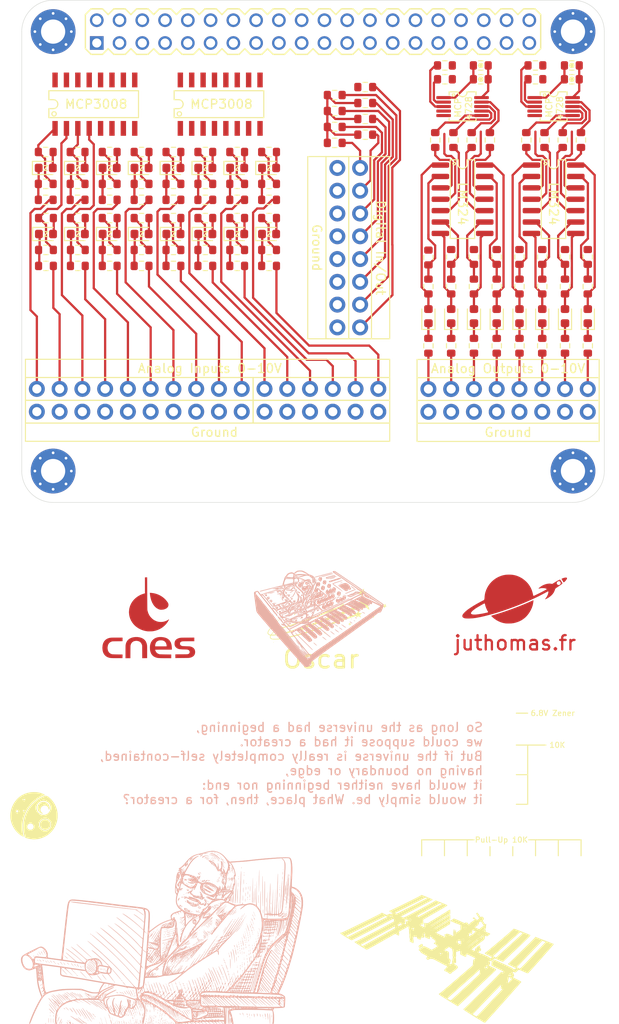
<source format=kicad_pcb>
(kicad_pcb (version 20240108) (generator "pcbnew") (generator_version "8.0")
  (layers (0 "F.Cu" signal "Top") (31 "B.Cu" signal "Bottom") (34 "B.Paste" user) (35 "F.Paste" user) (36 "B.SilkS" user "B.Silkscreen") (37 "F.SilkS" user "F.Silkscreen") (38 "B.Mask" user) (39 "F.Mask" user) (44 "Edge.Cuts" user))
  (net 0 "")
  (net 1 "GND")
  (net 2 "+5V")
  (net 3 "/D8")
  (net 4 "/D7")
  (net 5 "/D6")
  (net 6 "/D5")
  (net 7 "/D4")
  (net 8 "/D3")
  (net 9 "/D2")
  (net 10 "/D1")
  (net 11 "/GPIO7")
  (net 12 "/GPIO8")
  (net 13 "/GPIO11")
  (net 14 "/GPIO9")
  (net 15 "/GPIO10")
  (net 16 "/3V3_REG")
  (net 17 "/CH7")
  (net 18 "/CH6")
  (net 19 "/CH5")
  (net 20 "/CH4")
  (net 21 "/CH3")
  (net 22 "/CH2")
  (net 23 "/CH1")
  (net 24 "/CH0")
  (net 25 "/CH15")
  (net 26 "/CH14")
  (net 27 "/CH13")
  (net 28 "/CH12")
  (net 29 "/CH11")
  (net 30 "/CH10")
  (net 31 "/CH9")
  (net 32 "/CH8")
  (net 33 "/RG15")
  (net 34 "/RG14")
  (net 35 "/RG13")
  (net 36 "/RG12")
  (net 37 "/RG11")
  (net 38 "/RG10")
  (net 39 "/RG9")
  (net 40 "/RG8")
  (net 41 "/RG7")
  (net 42 "/RG6")
  (net 43 "/RG5")
  (net 44 "/RG4")
  (net 45 "/RG3")
  (net 46 "/RG2")
  (net 47 "/RG1")
  (net 48 "/RG0")
  (net 49 "Net-(D1-K)")
  (net 50 "Net-(D2-K)")
  (net 51 "Net-(D3-K)")
  (net 52 "Net-(D4-K)")
  (net 53 "Net-(D5-K)")
  (net 54 "Net-(D6-K)")
  (net 55 "Net-(D7-K)")
  (net 56 "Net-(D8-K)")
  (net 57 "Net-(D9-K)")
  (net 58 "Net-(D10-K)")
  (net 59 "Net-(D11-K)")
  (net 60 "Net-(D12-K)")
  (net 61 "Net-(D13-K)")
  (net 62 "Net-(D14-K)")
  (net 63 "Net-(D15-K)")
  (net 64 "Net-(D16-K)")
  (net 65 "Net-(D17-K)")
  (net 66 "/OP0_1")
  (net 80 "/OP0_2")
  (net 81 "Net-(D18-K)")
  (net 82 "/OP0_3")
  (net 83 "Net-(D19-K)")
  (net 84 "Net-(D20-K)")
  (net 85 "/OP0_4")
  (net 86 "Net-(D21-K)")
  (net 87 "/OP1_1")
  (net 88 "Net-(D22-K)")
  (net 89 "/OP1_2")
  (net 90 "Net-(D23-K)")
  (net 91 "/OP1_3")
  (net 92 "Net-(D24-K)")
  (net 93 "/OP1_4")
  (net 94 "/GPIO2")
  (net 95 "/GPIO3")
  (net 96 "/A1")
  (net 97 "/A5")
  (net 98 "/A3")
  (net 99 "/A0")
  (net 100 "/A4")
  (net 101 "/A6")
  (net 102 "/A2")
  (net 103 "/A7")
  (net 104 "/MCP4728_V0_1")
  (net 105 "Net-(U2-In1P)")
  (net 106 "Net-(U2-In1N)")
  (net 107 "Net-(U2-In2N)")
  (net 108 "Net-(U2-In2P)")
  (net 109 "/MCP4728_V0_2")
  (net 110 "Net-(U2-In4N)")
  (net 111 "Net-(U2-In4P)")
  (net 112 "/MCP4728_V0_4")
  (net 113 "Net-(U2-In3N)")
  (net 114 "Net-(U2-In3P)")
  (net 115 "/MCP4728_V0_3")
  (net 116 "Net-(U6-In1N)")
  (net 117 "Net-(U6-In1P)")
  (net 118 "/MCP4728_V1_1")
  (net 119 "Net-(U6-In2P)")
  (net 120 "/MCP4728_V1_2")
  (net 121 "Net-(U6-In2N)")
  (net 122 "Net-(U6-In4N)")
  (net 123 "/MCP4728_V1_4")
  (net 124 "Net-(U6-In4P)")
  (net 125 "/MCP4728_V1_3")
  (net 126 "Net-(U6-In3P)")
  (net 127 "Net-(U6-In3N)")
  (net 128 "Net-(U4-~{LDAC})")
  (net 129 "Net-(U4-RDY{slash}~{BSY})")
  (net 130 "Net-(U5-~{LDAC})")
  (net 131 "Net-(U5-RDY{slash}~{BSY})")
  (net 132 "unconnected-(U2-VCC+-Pad4)")
  (net 133 "unconnected-(U6-VCC+-Pad4)")
  (footprint "Modular Shield:PIN_20X2" (layer "F.Cu") (at 57.956 28.702)
    (property "Reference" "J1" (hide yes))
    (property "Value" "Raspberry_Pi_2_3")
  )
  (footprint "Modular Shield:MountingHole_2.7mm_M2.5" (layer "F.Cu") (at 86.956 77.702)
    (property "Reference" "H2" (hide yes))
    (property "Value" "MountingHole")
  )
  (footprint "Modular Shield:MountingHole_2.7mm_M2.5" (layer "F.Cu") (at 86.956 28.702)
    (property "Reference" "H3" (hide yes))
    (property "Value" "MountingHole")
  )
  (footprint "Modular Shield:MountingHole_2.7mm_M2.5" (layer "F.Cu") (at 28.956 77.702)
    (property "Reference" "H4" (hide yes))
    (property "Value" "MountingHole")
  )
  (footprint "Modular Shield:MountingHole_2.7mm_M2.5" (layer "F.Cu") (at 28.956 28.702)
    (property "Reference" "H1" (hide yes))
    (property "Value" "MountingHole")
  )
  (footprint "Modular Shield:1X10-BIG" (layer "F.Cu") (at 38.57 71.082)
    (property "Reference" "JP6" (hide yes))
    (property "Value" "PINHD-1X10")
  )
  (footprint "Modular Shield:1X08-BIG" (layer "F.Cu") (at 60.668 52.794 -90)
    (property "Reference" "JP2" (hide yes))
    (property "Value" "PINHD-1X8")
  )
  (footprint "Modular Shield:1X06-BIG" (layer "F.Cu") (at 58.89 71.082)
    (property "Reference" "JP3" (hide yes))
    (property "Value" "PINHD-1X6")
  )
  (footprint "Modular Shield:1X10-BIG" (layer "F.Cu") (at 38.57 68.542)
    (property "Reference" "JP4" (hide yes))
    (property "Value" "PINHD-1X10")
  )
  (footprint "Modular Shield:1X08-BIG" (layer "F.Cu") (at 63.208 52.794 -90)
    (property "Reference" "JP5" (hide yes))
    (property "Value" "PINHD-1X8")
  )
  (footprint "Modular Shield:1X06-BIG" (layer "F.Cu") (at 58.89 68.542)
    (property "Reference" "JP1" (hide yes))
    (property "Value" "PINHD-1X6")
  )
  (footprint "Modular Shield:ISS" (layer "F.Cu") (at 73.299297 129.411759)
    (property "Reference" "REF**" (hide yes))
    (property "Value" "ISS" (hide yes))
  )
  (footprint "Modular Shield:Saturn" (layer "F.Cu") (at 80.5 92.3)
    (property "Reference" "G***" (hide yes))
    (property "Value" "LOGO" (hide yes))
  )
  (footprint "Modular Shield:Moon" (layer "F.Cu") (at 27.2 116.1)
    (property "Reference" "G***" (hide yes))
    (property "Value" "LOGO" (hide yes))
  )
  (footprint "Modular Shield:Falling_Stars" (layer "F.Cu") (at 59.108 94.1)
    (property "Reference" "G***" (hide yes))
    (property "Value" "LOGO" (hide yes))
  )
  (footprint "Modular Shield:CNES" (layer "F.Cu") (at 39.5 95.3)
    (property "Reference" "G***" (hide yes))
    (property "Value" "LOGO" (hide yes))
  )
  (footprint "Modular Shield:R_0603_1608Metric" (layer "F.Cu") (at 60.3754 41.11 180)
    (property "Reference" "R52" (hide yes))
    (property "Value" "10K")
  )
  (footprint "Modular Shield:R_0603_1608Metric" (layer "F.Cu") (at 35.268 49.492)
    (property "Reference" "R17" (hide yes))
    (property "Value" "10K")
  )
  (footprint "Modular Shield:R_0603_1608Metric" (layer "F.Cu") (at 28.156 53.048)
    (property "Reference" "R6" (hide yes))
    (property "Value" "10K")
  )
  (footprint "Modular Shield:R_0603_1608Metric" (layer "F.Cu") (at 60.3754 39.332 180)
    (property "Reference" "R50" (hide yes))
    (property "Value" "10K")
  )
  (footprint "Modular Shield:D_Z_0603_1608Metric" (layer "F.Cu") (at 42.38 51.27)
    (property "Reference" "D10" (hide yes))
    (property "Value" "D_Zener 6.6V")
  )
  (footprint "Modular Shield:D_Z_0603_1608Metric" (layer "F.Cu") (at 53.048 51.27)
    (property "Reference" "D16" (hide yes))
    (property "Value" "D_Zener 6.6V")
  )
  (footprint "Modular Shield:R_0603_1608Metric" (layer "F.Cu") (at 49.492 49.492)
    (property "Reference" "R41" (hide yes))
    (property "Value" "10K")
  )
  (footprint "Modular Shield:D_Z_0603_1608Metric" (layer "F.Cu") (at 35.268 51.27)
    (property "Reference" "D6" (hide yes))
    (property "Value" "D_Zener 6.6V")
  )
  (footprint "Modular Shield:R_0603_1608Metric" (layer "F.Cu") (at 31.6865 42.126)
    (property "Reference" "R8" (hide yes))
    (property "Value" "10K")
  )
  (footprint "Modular Shield:R_0603_1608Metric" (layer "F.Cu") (at 82.766 32.474 180)
    (property "Reference" "R74" (hide yes))
    (property "Value" "10K")
  )
  (footprint "Modular Shield:R_0603_1608Metric" (layer "F.Cu") (at 35.268 42.126)
    (property "Reference" "R14" (hide yes))
    (property "Value" "10K")
  )
  (footprint "Modular Shield:R_0603_1608Metric" (layer "F.Cu") (at 49.492 54.826 180)
    (property "Reference" "R43" (hide yes))
    (property "Value" "10K")
  )
  (footprint "Modular Shield:R_0603_1608Metric" (layer "F.Cu") (at 72.669 34.014)
    (property "Reference" "R82" (hide yes))
    (property "Value" "10K")
  )
  (footprint "Modular Shield:R_0603_1608Metric" (layer "F.Cu") (at 38.824 49.492)
    (property "Reference" "R23" (hide yes))
    (property "Value" "10K")
  )
  (footprint "Modular Shield:R_0603_1608Metric" (layer "F.Cu") (at 78.448 63.732 -90)
    (property "Reference" "R72" (hide yes))
    (property "Value" "750R")
  )
  (footprint "Modular Shield:R_0603_1608Metric" (layer "F.Cu") (at 28.156 54.826 180)
    (property "Reference" "R7" (hide yes))
    (property "Value" "10K")
  )
  (footprint "Modular Shield:D_0603_1608Metric" (layer "F.Cu") (at 83.528 60.43 90)
    (property "Reference" "D22" (hide yes))
    (property "Value" "300mA 100V")
  )
  (footprint "Modular Shield:R_0603_1608Metric" (layer "F.Cu") (at 82.766 34.014)
    (property "Reference" "R73" (hide yes))
    (property "Value" "10K")
  )
  (footprint "Modular Shield:R_0603_1608Metric" (layer "F.Cu") (at 38.824 45.682)
    (property "Reference" "R21" (hide yes))
    (property "Value" "10K")
  )
  (footprint "Modular Shield:D_0603_1608Metric" (layer "F.Cu") (at 75.908 60.43 90)
    (property "Reference" "D19" (hide yes))
    (property "Value" "300mA 100V")
  )
  (footprint "Modular Shield:R_0603_1608Metric" (layer "F.Cu") (at 42.38 49.492)
    (property "Reference" "R29" (hide yes))
    (property "Value" "10K")
  )
  (footprint "Modular Shield:LM324 SOIC14" (layer "F.Cu") (at 84.798 47.393802)
    (property "Reference" "U6" (hide yes))
    (property "Value" "LM324")
  )
  (footprint "Modular Shield:D_Z_0603_1608Metric" (layer "F.Cu") (at 31.6865 43.904)
    (property "Reference" "D3" (hide yes))
    (property "Value" "D_Zener 6.6V")
  )
  (footprint "Modular Shield:D_Z_0603_1608Metric" (layer "F.Cu") (at 35.268 43.904)
    (property "Reference" "D5" (hide yes))
    (property "Value" "D_Zener 6.6V")
  )
  (footprint "Modular Shield:R_0603_1608Metric" (layer "F.Cu") (at 63.779 34.887 180)
    (property "Reference" "R53" (hide yes))
    (property "Value" "10K")
  )
  (footprint "Modular Shield:R_0603_1608Metric" (layer "F.Cu") (at 86.068 63.732 -90)
    (property "Reference" "R91" (hide yes))
    (property "Value" "750R")
  )
  (footprint "Modular Shield:R_0603_1608Metric" (layer "F.Cu") (at 88.608 57.128 -90)
    (property "Reference" "R83" (hide yes))
    (property "Value" "48K")
  )
  (footprint "Modular Shield:R_0603_1608Metric" (layer "F.Cu") (at 45.936 47.46 180)
    (property "Reference" "R34" (hide yes))
    (property "Value" "10K")
  )
  (footprint "Modular Shield:R_0603_1608Metric" (layer "F.Cu") (at 35.268 45.682)
    (property "Reference" "R15" (hide yes))
    (property "Value" "10K")
  )
  (footprint "Modular Shield:R_0603_1608Metric" (layer "F.Cu") (at 73.622 40.789802 -90)
    (property "Reference" "R62" (hide yes))
    (property "Value" "10K")
  )
  (footprint "Modular Shield:R_0603_1608Metric" (layer "F.Cu") (at 31.6865 45.682)
    (property "Reference" "R9" (hide yes))
    (property "Value" "10K")
  )
  (footprint "Modular Shield:R_0603_1608Metric" (layer "F.Cu") (at 53.048 53.048)
    (property "Reference" "R48" (hide yes))
    (property "Value" "10K")
  )
  (footprint "Modular Shield:D_0603_1608Metric" (layer "F.Cu") (at 70.828 60.43 90)
    (property "Reference" "D17" (hide yes))
    (property "Value" "300mA 100V")
  )
  (footprint "Modular Shield:R_0603_1608Metric" (layer "F.Cu") (at 53.048 54.826 180)
    (property "Reference" "R49" (hide yes))
    (property "Value" "10K")
  )
  (footprint "Modular Shield:R_0603_1608Metric" (layer "F.Cu") (at 28.1305 45.682)
    (property "Reference" "R2" (hide yes))
    (property "Value" "10K")
  )
  (footprint "Modular Shield:R_0603_1608Metric" (layer "F.Cu") (at 80.988 57.128 -90)
    (property "Reference" "R76" (hide yes))
    (property "Value" "48K")
  )
  (footprint "Modular Shield:R_0603_1608Metric" (layer "F.Cu") (at 45.936 42.126)
    (property "Reference" "R32" (hide yes))
    (property "Value" "10K")
  )
  (footprint "Modular Shield:R_0603_1608Metric" (layer "F.Cu") (at 83.528 63.732 -90)
    (property "Reference" "R90" (hide yes))
    (property "Value" "750R")
  )
  (footprint "Modular Shield:R_0603_1608Metric" (layer "F.Cu") (at 42.38 42.126)
    (property "Reference" "R26" (hide yes))
    (property "Value" "10K")
  )
  (footprint "Modular Shield:R_0603_1608Metric" (layer "F.Cu") (at 45.936 49.492)
    (property "Reference" "R35" (hide yes))
    (property "Value" "10K")
  )
  (footprint "Modular Shield:R_0603_1608Metric" (layer "F.Cu") (at 63.779 36.665 180)
    (property "Reference" "R55" (hide yes))
    (property "Value" "10K")
  )
  (footprint "Modular Shield:C_0603_1608Metric" (layer "F.Cu") (at 76.67 32.474)
    (property "Reference" "C2" (hide yes))
    (property "Value" "10uF")
  )
  (footprint "Modular Shield:R_0603_1608Metric" (layer "F.Cu") (at 31.6865 47.46 180)
    (property "Reference" "R10" (hide yes))
    (property "Value" "10K")
  )
  (footprint "Modular Shield:R_0603_1608Metric" (layer "F.Cu") (at 53.048 45.682)
    (property "Reference" "R45" (hide yes))
    (property "Value" "10K")
  )
  (footprint "Modular Shield:R_0603_1608Metric" (layer "F.Cu") (at 45.936 54.826 180)
    (property "Reference" "R37" (hide yes))
    (property "Value" "10K")
  )
  (footprint "Modular Shield:R_0603_1608Metric" (layer "F.Cu") (at 70.828 53.889 -90)
    (property "Reference" "R58" (hide yes))
    (property "Value" "10K")
  )
  (footprint "Modular Shield:R_0603_1608Metric" (layer "F.Cu") (at 83.528 53.826 -90)
    (property "Reference" "R80" (hide yes))
    (property "Value" "10K")
  )
  (footprint "Modular Shield:R_0603_1608Metric" (layer "F.Cu") (at 49.492 53.048)
    (property "Reference" "R42" (hide yes))
    (property "Value" "10K")
  )
  (footprint "Modular Shield:R_0603_1608Metric" (layer "F.Cu") (at 86.068 53.826 -90)
    (property "Reference" "R87" (hide yes))
    (property "Value" "10K")
  )
  (footprint "Modular Shield:R_0603_1608Metric" (layer "F.Cu") (at 75.908 53.826 -90)
    (property "Reference" "R67" (hide yes))
    (property "Value" "10K")
  )
  (footprint "Modular Shield:MCP3008 SOIC16" (layer "F.Cu") (at 32.982 36.792 90)
    (property "Reference" "U1" (hide yes))
    (property "Value" "MCP3008" (hide yes))
  )
  (footprint "Modular Shield:R_0603_1608Metric" (layer "F.Cu") (at 63.779 40.1956 180)
    (property "Reference" "R51" (hide yes))
    (property "Value" "10K")
  )
  (footprint "Modular Shield:1X08-BIG" (layer "F.Cu") (at 79.718 68.558)
    (property "Reference" "JP7" (hide yes))
    (property "Value" "PINHD-1X8")
  )
  (footprint "Modular Shield:R_0603_1608Metric" (layer "F.Cu") (at 28.1305 42.126)
    (property "Reference" "R1" (hide yes))
    (property "Value" "10K")
  )
  (footprint "Modular Shield:R_0603_1608Metric" (layer "F.Cu") (at 77.686 40.789802 -90)
    (property "Reference" "R65" (hide yes))
    (property "Value" "10K")
  )
  (footprint "Modular Shield:R_0603_1608Metric" (layer "F.Cu") (at 85.814 40.789802 -90)
    (property "Reference" "R86" (hide yes))
    (property "Value" "10K")
  )
  (footprint "Modular Shield:R_0603_1608Metric" (layer "F.Cu") (at 83.782 40.789802 -90)
    (property "Reference" "R79" (hide yes))
    (property "Value" "10K")
  )
  (footprint "Modular Shield:R_0603_1608Metric" (layer "F.Cu") (at 53.048 47.46 180)
    (property "Reference" "R46" (hide yes))
    (property "Value" "10K")
  )
  (footprint "Modular Shield:R_0603_1608Metric" (layer "F.Cu") (at 35.268 47.46 180)
    (property "Reference" "R16" (hide yes))
    (property "Value" "10K")
  )
  (footprint "Modular Shield:R_0603_1608Metric" (layer "F.Cu") (at 38.824 54.826 180)
    (property "Reference" "R25" (hide yes))
    (property "Value" "10K")
  )
  (footprint "Modular Shield:R_0603_1608Metric" (layer "F.Cu") (at 75.654 40.789802 -90)
    (property "Reference" "R68" (hide yes))
    (property "Value" "10K")
  )
  (footprint "Modular Shield:R_0603_1608Metric" (layer "F.Cu") (at 28.156 49.492)
    (property "Reference" "R5" (hide yes))
    (property "Value" "10K")
  )
  (footprint "Modular Shield:R_0603_1608Metric" (layer "F.Cu") (at 31.712 49.492)
    (property "Reference" "R11" (hide yes))
    (property "Value" "10K")
  )
  (footprint "Modular Shield:D_Z_0603_1608Metric" (layer "F.Cu") (at 45.936 43.904)
    (property "Reference" "D11" (hide yes))
    (property "Value" "D_Zener 6.6V")
  )
  (footprint "Modular Shield:R_0603_1608Metric" (layer "F.Cu") (at 81.75 40.789802 -90)
    (property "Reference" "R78" (hide yes))
    (property "Value" "10K")
  )
  (footprint "Modular Shield:D_0603_1608Metric" (layer "F.Cu") (at 86.068 60.43 90)
    (property "Reference" "D23" (hide yes))
    (property "Value" "300mA 100V")
  )
  (footprint "Modular Shield:R_0603_1608Metric" (layer "F.Cu") (at 88.608 63.732 -90)
    (property "Reference" "R92" (hide yes))
    (property "Value" "750R")
  )
  (footprint "Modular Shield:1X08-BIG" (layer "F.Cu") (at 79.718 71.098)
    (property "Reference" "JP8" (hide yes))
    (property "Value" "PINHD-1X8")
  )
  (footprint "Modular Shield:R_0603_1608Metric" (layer "F.Cu") (at 78.448 53.826 -90)
    (property "Reference" "R64" (hide yes))
    (property "Value" "10K")
  )
  (footprint "Modular Shield:R_0603_1608Metric" (layer "F.Cu") (at 83.528 57.128 -90)
    (property "Reference" "R81" (hide yes))
    (property "Value" "48K")
  )
  (footprint "Modular Shield:R_0603_1608Metric" (layer "F.Cu") (at 28.1305 47.46 180)
    (property "Reference" "R3" (hide yes))
    (property "Value" "10K")
  )
  (footprint "Modular Shield:R_0603_1608Metric" (layer "F.Cu") (at 49.492 45.682)
    (property "Reference" "R39" (hide yes))
    (property "Value" "10K")
  )
  (footprint "Modular Shield:R_0603_1608Metric" (layer "F.Cu") (at 42.38 47.46 180)
    (property "Reference" "R28" (hide yes))
    (property "Value" "10K")
  )
  (footprint "Modular Shield:C_0603_1608Metric" (layer "F.Cu") (at 86.83 34.014)
    (property "Reference" "C3" (hide yes))
    (property "Value" "0.1uF")
  )
  (footprint "Modular Shield:R_0603_1608Metric" (layer "F.Cu") (at 42.38 54.826 180)
    (property "Reference" "R31" (hide yes))
    (property "Value" "10K")
  )
  (footprint "Modular Shield:MCP4728 MSOP10" (layer "F.Cu") (at 84.798 37.062)
    (property "Reference" "U5" (hide yes))
    (property "Value" "MCP4728")
  )
  (footprint "Modular Shield:D_0603_1608Metric" (layer "F.Cu") (at 78.448 60.43 90)
    (property "Reference" "D20" (hide yes))
    (property "Value" "300mA 100V")
  )
  (footprint "Modular Shield:D_Z_0603_1608Metric" (layer "F.Cu") (at 31.712 51.27)
    (property "Reference" "D4" (hide yes))
    (property "Value" "D_Zener 6.6V")
  )
  (footprint "Modular Shield:R_0603_1608Metric" (layer "F.Cu") (at 53.048 42.126)
    (property "Reference" "R44" (hide yes))
    (property "Value" "10K")
  )
  (footprint "Modular Shield:C_0603_1608Metric" (layer "F.Cu") (at 76.67 34.014)
    (property "Reference" "C1" (hide yes))
    (property "Value" "0.1uF")
  )
  (footprint "Modular Shield:R_0603_1608Metric" (layer "F.Cu") (at 45.936 53.048)
    (property "Reference" "R36" (hide yes))
    (property "Value" "10K")
  )
  (footprint "Modular Shield:R_0603_1608Metric" (layer "F.Cu") (at 42.38 45.682)
    (property "Reference" "R27" (hide yes))
    (property "Value" "10K")
  )
  (footprint "Modular Shield:R_0603_1608Metric" (layer "F.Cu") (at 73.368 53.826 -90)
    (property "Reference" "R61" (hide yes))
    (property "Value" "10K")
  )
  (footprint "Modular Shield:D_Z_0603_1608Metric" (layer "F.Cu") (at 49.492 43.904)
    (property "Reference" "D13" (hide yes))
    (property "Value" "D_Zener 6.6V")
  )
  (footprint "Modular Shield:R_0603_1608Metric" (layer "F.Cu") (at 88.608 53.826 -90)
    (property "Reference" "R84" (hide yes))
    (property "Value" "10K")
  )
  (footprint "Modular Shield:MCP4728 MSOP10" (layer "F.Cu") (at 74.638 37.062)
    (property "Reference" "U4" (hide yes))
    (property "Value" "MCP4728")
  )
  (footprint "Modular Shield:R_0603_1608Metric" (layer "F.Cu") (at 72.669 32.474 180)
    (property "Reference" "R75" (hide yes))
    (property "Value" "10K")
  )
  (footprint "Modular Shield:R_0603_1608Metric" (layer "F.Cu") (at 49.492 42.126)
    (property "Reference" "R38" (hide yes))
    (property "Value" "10K")
  )
  (footprint "Modular Shield:R_0603_1608Metric" (layer "F.Cu") (at 70.828 57.128 -90)
    (property "Reference" "R59" (hide yes))
    (property "Value" "48K")
  )
  (footprint "Modular Shield:R_0603_1608Metric" (layer "F.Cu") (at 42.38 53.048)
    (property "Reference" "R30" (hide yes))
    (property "Value" "10K")
  )
  (footprint "Modular Shield:D_Z_0603_1608Metric" (layer "F.Cu") (at 45.936 51.27)
    (property "Reference" "D12" (hide yes))
    (property "Value" "D_Zener 6.6V")
  )
  (footprint "Modular Shield:R_0603_1608Metric" (layer "F.Cu") (at 38.824 42.126)
    (property "Reference" "R20" (hide yes))
    (property "Value" "10K")
  )
  (footprint "Modular Shield:D_Z_0603_1608Metric" (layer "F.Cu") (at 28.1305 43.904)
    (property "Reference" "D1" (hide yes))
    (property "Value" "D_Zener 6.6V")
  )
  (footprint "Modular Shield:D_Z_0603_1608Metric" (layer "F.Cu") (at 42.38 43.904)
    (property "Reference" "D9" (hide yes))
    (property "Value" "D_Zener 6.6V")
  )
  (footprint "Modular Shield:R_0603_1608Metric" (layer "F.Cu") (at 45.936 45.682)
    (property "Reference" "R33" (hide yes))
    (property "Value" "10K")
  )
  (footprint "Modular Shield:D_Z_0603_1608Metric" (layer "F.Cu") (at 49.492 51.27)
    (property "Reference" "D14" (hide yes))
    (property "Value" "D_Zener 6.6V")
  )
  (footprint "Modular Shield:R_0603_1608Metric" (layer "F.Cu") (at 31.712 53.048)
    (property "Reference" "R12" (hide yes))
    (property "Value" "10K")
  )
  (footprint "Modular Shield:R_0603_1608Metric" (layer "F.Cu") (at 38.824 53.048)
    (property "Reference" "R24" (hide yes))
    (property "Value" "10K")
  )
  (footprint "Modular Shield:R_0603_1608Metric" (layer "F.Cu") (at 31.712 54.826 180)
    (property "Reference" "R13" (hide yes))
    (property "Value" "10K")
  )
  (footprint "Modular Shield:R_0603_1608Metric" (layer "F.Cu") (at 80.988 63.732 -90)
    (property "Reference" "R89" (hide yes))
    (property "Value" "750R")
  )
  (footprint "Modular Shield:D_0603_1608Metric" (layer "F.Cu") (at 88.608 60.43 90)
    (property "Reference" "D24" (hide yes))
    (property "Value" "300mA 100V")
  )
  (footprint "Modular Shield:R_0603_1608Metric" (layer "F.Cu") (at 78.448 57.128 -90)
    (property "Reference" "R63" (hide yes))
    (property "Value" "48K")
  )
  (footprint "Modular Shield:R_0603_1608Metric" (layer "F.Cu") (at 87.846 40.789802 -90)
    (property "Reference" "R85" (hide yes))
    (property "Value" "10K")
  )
  (footprint "Modular Shield:D_Z_0603_1608Metric" (layer "F.Cu") (at 38.824 51.27)
    (property "Reference" "D8" (hide yes))
    (property "Value" "D_Zener 6.6V")
  )
  (footprint "Modular Shield:D_Z_0603_1608Metric" (layer "F.Cu") (at 28.156 51.27)
    (property "Reference" "D2" (hide yes))
    (property "Value" "D_Zener 6.6V")
  )
  (footprint "Modular Shield:D_0603_1608Metric" (layer "F.Cu") (at 80.988 60.43 90)
    (property "Reference" "D21" (hide yes))
    (property "Value" "300mA 100V")
  )
  (footprint "Modular Shield:R_0603_1608Metric" (layer "F.Cu") (at 73.368 57.128 -90)
    (property "Reference" "R60" (hide yes))
    (property "Value" "48K")
  )
  (footprint "Modular Shield:R_0603_1608Metric" (layer "F.Cu") (at 60.3754 37.554 180)
    (property "Reference" "R56" (hide yes))
    (property "Value" "10K")
  )
  (footprint "Modular Shield:C_0603_1608Metric" (layer "F.Cu") (at 86.83 32.474)
    (property "Reference" "C4" (hide yes))
    (property "Value" "10uF")
  )
  (footprint "Modular Shield:R_0603_1608Metric" (layer "F.Cu") (at 80.988 53.826 -90)
    (property "Reference" "R77" (hide yes))
    (property "Value" "10K")
  )
  (footprint "Modular Shield:R_0603_1608Metric" (layer "F.Cu") (at 35.268 53.048)
    (property "Reference" "R18" (hide yes))
    (property "Value" "10K")
  )
  (footprint "Modular Shield:R_0603_1608Metric" (layer "F.Cu") (at 53.048 49.492)
    (property "Reference" "R47" (hide yes))
    (property "Value" "10K")
  )
  (footprint "Modular Shield:R_0603_1608Metric" (layer "F.Cu") (at 38.824 47.46 180)
    (property "Reference" "R22" (hide yes))
    (property "Value" "10K")
  )
  (footprint "Modular Shield:MCP3008 SOIC16" (layer "F.Cu") (at 46.96 36.792 90)
    (property "Reference" "U3" (hide yes))
    (property "Value" "MCP3008" (hide yes))
  )
  (footprint "Modular Shield:R_0603_1608Metric" (layer "F.Cu") (at 75.908 63.732 -90)
    (property "Reference" "R71" (hide yes))
    (property "Value" "750R")
  )
  (footprint "Modular Shield:R_0603_1608Metric" (layer "F.Cu") (at 71.59 40.789802 -90)
    (property "Reference" "R57" (hide yes))
    (property "Value" "10K")
  )
  (footprint "Modular Shield:R_0603_1608Metric" (layer "F.Cu") (at 63.779 38.443 180)
    (property "Reference" "R4" (hide yes))
    (property "Value" "10K")
  )
  (footprint "Modular Shield:D_Z_0603_1608Metric" (layer "F.Cu") (at 38.824 43.904)
    (property "Reference" "D7" (hide yes))
    (property "Value" "D_Zener 6.6V")
  )
  (footprint "Modular Shield:R_0603_1608Metric" (layer "F.Cu") (at 60.3754 35.776 180)
    (property "Reference" "R54" (hide yes))
    (property "Value" "10K")
  )
  (footprint "Modular Shield:R_0603_1608Metric" (layer "F.Cu") (at 49.492 47.46 180)
    (property "Reference" "R40" (hide yes))
    (property "Value" "10K")
  )
  (footprint "Modular Shield:R_0603_1608Metric" (layer "F.Cu") (at 75.908 57.128 -90)
    (property "Reference" "R66" (hide yes))
    (property "Value" "48K")
  )
  (footprint "Modular Shield:LM324 SOIC14" (layer "F.Cu") (at 74.638 47.393802)
    (property "Reference" "U2" (hide yes))
    (property "Value" "LM324")
  )
  (footprint "Modular Shield:R_0603_1608Metric" (layer "F.Cu") (at 35.268 54.826 180)
    (property "Reference" "R19" (hide yes))
    (property "Value" "10K")
  )
  (footprint "Modular Shield:R_0603_1608Metric" (layer "F.Cu") (at 70.828 63.732 -90)
    (property "Reference" "R69" (hide yes))
    (property "Value" "750R")
  )
  (footprint "Modular Shield:D_Z_0603_1608Metric" (layer "F.Cu") (at 53.048 43.904)
    (property "Reference" "D15" (hide yes))
    (property "Value" "D_Zener 6.6V")
  )
  (footprint "Modular Shield:R_0603_1608Metric" (layer "F.Cu") (at 73.368 63.732 -90)
    (property "Reference" "R70" (hide yes))
    (property "Value" "750R")
  )
  (footprint "Modular Shield:D_0603_1608Metric" (layer "F.Cu") (at 73.368 60.43 90)
    (property "Reference" "D18" (hide yes))
    (property "Value" "300mA 100V")
  )
  (footprint "Modular Shield:R_0603_1608Metric" (layer "F.Cu") (at 86.068 57.128 -90)
    (property "Reference" "R88" (hide yes))
    (property "Value" "48K")
  )
  (footprint "Modular Shield:Stephen_Hawking" (layer "B.Cu") (at 41.1 129.7 180)
    (property "Reference" "G***" (hide yes))
    (property "Value" "LOGO" (hide yes))
  )
  (footprint "Modular Shield:Synthesizer" (layer "B.Cu") (at 58.6 94.1 180)
    (property "Reference" "G***" (hide yes))
    (property "Value" "LOGO" (hide yes))
  )
  (gr_line (start 87.86 118.822) (end 87.86 120.6) (stroke (width 0.12)) (layer "F.SilkS"))
  (gr_line (start 89.878 74.4) (end 89.878 72.368) (stroke (width 0.12)) (layer "F.SilkS"))
  (gr_line (start 89.878 65.256) (end 69.558 65.256) (stroke (width 0.12)) (layer "F.SilkS"))
  (gr_line (start 25.87 65.24) (end 25.87 67.272) (stroke (width 0.12)) (layer "F.SilkS"))
  (gr_line (start 81.906 114.86) (end 81.906 108.256) (stroke (width 0.12)) (layer "F.SilkS"))
  (gr_line (start 81.906 108.256) (end 80.636 108.256) (stroke (width 0.12)) (layer "F.SilkS"))
  (gr_line (start 72.62 118.822) (end 72.62 120.6) (stroke (width 0.12)) (layer "F.SilkS"))
  (gr_line (start 59.398 42.634) (end 57.366 42.634) (stroke (width 0.12)) (layer "F.SilkS"))
  (gr_line (start 66.51 67.272) (end 66.51 65.24) (stroke (width 0.12)) (layer "F.SilkS"))
  (gr_line (start 25.87 74.384) (end 25.87 72.352) (stroke (width 0.12)) (layer "F.SilkS"))
  (gr_line (start 75.16 118.822) (end 75.922 118.822) (stroke (width 0.12)) (layer "F.SilkS"))
  (gr_line (start 75.16 118.822) (end 75.16 120.6) (stroke (width 0.12)) (layer "F.SilkS"))
  (gr_line (start 89.878 67.288) (end 89.878 65.256) (stroke (width 0.12)) (layer "F.SilkS"))
  (gr_line (start 57.366 62.954) (end 59.398 62.954) (stroke (width 0.12)) (layer "F.SilkS"))
  (gr_line (start 64.478 62.954) (end 66.51 62.954) (stroke (width 0.12)) (layer "F.SilkS"))
  (gr_line (start 81.906 111.558) (end 80.636 111.558) (stroke (width 0.12)) (layer "F.SilkS"))
  (gr_line (start 77.7 120.6) (end 77.7 119.584) (stroke (width 0.12)) (layer "F.SilkS"))
  (gr_line (start 70.08 118.822) (end 75.16 118.822) (stroke (width 0.12)) (layer "F.SilkS"))
  (gr_line (start 66.51 72.352) (end 66.51 74.384) (stroke (width 0.12)) (layer "F.SilkS"))
  (gr_line (start 66.51 62.954) (end 66.51 42.634) (stroke (width 0.12)) (layer "F.SilkS"))
  (gr_line (start 69.558 74.4) (end 89.878 74.4) (stroke (width 0.12)) (layer "F.SilkS"))
  (gr_line (start 59.398 62.954) (end 59.652 62.954) (stroke (width 0.12)) (layer "F.SilkS"))
  (gr_line (start 81.906 108.256) (end 83.938 108.256) (stroke (width 0.12)) (layer "F.SilkS"))
  (gr_line (start 66.51 65.24) (end 25.87 65.24) (stroke (width 0.12)) (layer "F.SilkS"))
  (gr_line (start 66.51 74.384) (end 26.124 74.384) (stroke (width 0.12)) (layer "F.SilkS"))
  (gr_line (start 85.32 118.822) (end 85.32 120.6) (stroke (width 0.12)) (layer "F.SilkS"))
  (gr_line (start 70.08 120.6) (end 70.08 118.822) (stroke (width 0.12)) (layer "F.SilkS"))
  (gr_line (start 66.51 42.634) (end 64.478 42.634) (stroke (width 0.12)) (layer "F.SilkS"))
  (gr_line (start 80.636 114.86) (end 81.906 114.86) (stroke (width 0.12)) (layer "F.SilkS"))
  (gr_line (start 26.124 74.384) (end 25.87 74.384) (stroke (width 0.12)) (layer "F.SilkS"))
  (gr_line (start 80.24 120.6) (end 80.24 119.584) (stroke (width 0.12)) (layer "F.SilkS"))
  (gr_line (start 82.78 120.6) (end 82.78 118.822) (stroke (width 0.12)) (layer "F.SilkS"))
  (gr_line (start 80.636 104.7) (end 81.906 104.7) (stroke (width 0.12)) (layer "F.SilkS"))
  (gr_line (start 82.78 118.822) (end 87.86 118.822) (stroke (width 0.12)) (layer "F.SilkS"))
  (gr_line (start 57.366 42.634) (end 57.366 62.954) (stroke (width 0.12)) (layer "F.SilkS"))
  (gr_line (start 82.78 118.822) (end 82.018 118.822) (stroke (width 0.12)) (layer "F.SilkS"))
  (gr_line (start 69.558 65.256) (end 69.558 67.288) (stroke (width 0.12)) (layer "F.SilkS"))
  (gr_line (start 69.558 72.352) (end 69.558 74.384) (stroke (width 0.12)) (layer "F.SilkS"))
  (gr_line (start 25.456 77.702) (end 25.456 28.702) (stroke (width 0.05)) (layer "Edge.Cuts"))
  (gr_arc (start 90.456 77.702) (mid 89.430874 80.176874) (end 86.956 81.202) (stroke (width 0.05)) (layer "Edge.Cuts"))
  (gr_line (start 90.456 28.702) (end 90.456 77.702) (stroke (width 0.05)) (layer "Edge.Cuts"))
  (gr_arc (start 86.956 25.202) (mid 89.430874 26.227126) (end 90.456 28.702) (stroke (width 0.05)) (layer "Edge.Cuts"))
  (gr_arc (start 25.456 28.702) (mid 26.481126 26.227126) (end 28.956 25.202) (stroke (width 0.05)) (layer "Edge.Cuts"))
  (gr_arc (start 28.956 81.202) (mid 26.481126 80.176874) (end 25.456 77.702) (stroke (width 0.05)) (layer "Edge.Cuts"))
  (gr_line (start 28.956 25.202) (end 86.956 25.202) (stroke (width 0.05)) (layer "Edge.Cuts"))
  (gr_line (start 86.956 81.202) (end 28.956 81.202) (stroke (width 0.05)) (layer "Edge.Cuts"))
  (gr_text "So long as the universe had a beginning, \nwe could suppose it had a creator. \nBut if the universe is really completely self-contained, \nhaving no boundary or edge, \nit would have neither beginning nor end: \nit would simply be. What place, then, for a creator?" (at 77 110.3 0) (layer "B.SilkS") (effects (font (size 1 1)) (justify left mirror)))
  (gr_text "Ground" (at 46.952 73.368 0) (layer "F.SilkS") (effects (font (size 1 1))))
  (gr_text "Oscar" (at 58.854 98.672 0) (layer "F.SilkS") (effects (font (size 2 2) (thickness 0.3))))
  (gr_text "Ground" (at 58.382 52.794 -90) (layer "F.SilkS") (effects (font (size 1 1))))
  (gr_text "Digital In/Out" (at 65.494 52.794 -90) (layer "F.SilkS") (effects (font (size 1 1))))
  (gr_text "Analog Inputs 0-10V" (at 46.444 66.256 0) (layer "F.SilkS") (effects (font (size 1 1))))
  (gr_text "10K" (at 85.208 108.256 0) (layer "F.SilkS") (effects (font (size 0.6 0.6) (thickness 0.1))))
  (gr_text "6.8V Zener" (at 84.7 104.7 0) (layer "F.SilkS") (effects (font (size 0.6 0.6) (thickness 0.1))))
  (gr_text "Pull-Up 10K" (at 78.97 118.822 0) (layer "F.SilkS") (effects (font (size 0.6 0.6) (thickness 0.1))))
  (gr_text "Analog Outputs 0-10V" (at 79.718 66.272 0) (layer "F.SilkS") (effects (font (size 1 1))))
  (gr_text "Ground" (at 79.718 73.384 0) (layer "F.SilkS") (effects (font (size 1 1))))
  (segment (start 53.861 51.26335) (end 53.861 49.52285) (width 0.25) (layer "F.Cu") (net 1))
  (segment (start 46.749 51.26335) (end 46.749 49.52285) (width 0.25) (layer "F.Cu") (net 1))
  (segment (start 46.749 43.89735) (end 46.749 42.15685) (width 0.25) (layer "F.Cu") (net 1))
  (segment (start 75.458199 43.085931) (end 75.976328 42.567802) (width 0.25) (layer "F.Cu") (net 1))
  (segment (start 76.67 42.313802) (end 76.67 39.856) (width 0.25) (layer "F.Cu") (net 1))
  (segment (start 87.655 34.014) (end 87.655 35.3175) (width 0.25) (layer "F.Cu") (net 1))
  (segment (start 76.138001 47.393802) (end 75.458199 46.714) (width 0.25) (layer "F.Cu") (net 1))
  (segment (start 86.576 42.567802) (end 86.83 42.313802) (width 0.25) (layer "F.Cu") (net 1))
  (segment (start 36.081 51.31415) (end 36.081 49.57365) (width 0.25) (layer "F.Cu") (net 1))
  (segment (start 53.861 43.89735) (end 53.861 42.15685) (width 0.25) (layer "F.Cu") (net 1))
  (segment (start 32.5297 43.9464) (end 32.5297 42.2059) (width 0.25) (layer "F.Cu") (net 1))
  (segment (start 39.637 51.31415) (end 39.637 49.57365) (width 0.25) (layer "F.Cu") (net 1))
  (segment (start 75.976328 42.567802) (end 76.416 42.567802) (width 0.25) (layer "F.Cu") (net 1))
  (segment (start 28.918 43.904) (end 28.918 42.1635) (width 0.25) (layer "F.Cu") (net 1))
  (segment (start 87.655 32.236) (end 87.655 34.014) (width 0.25) (layer "F.Cu") (net 1))
  (segment (start 86.298001 47.393802) (end 85.6182 46.714001) (width 0.25) (layer "F.Cu") (net 1))
  (segment (start 76.7505 36.062) (end 77.495 35.3175) (width 0.25) (layer "F.Cu") (net 1))
  (segment (start 77.495 35.3175) (end 77.495 34.014) (width 0.25) (layer "F.Cu") (net 1))
  (segment (start 76.416 42.567802) (end 76.67 42.313802) (width 0.25) (layer "F.Cu") (net 1))
  (segment (start 32.5297 51.3124) (end 32.5297 49.5719) (width 0.25) (layer "F.Cu") (net 1))
  (segment (start 36.081 43.94815) (end 36.081 42.20765) (width 0.25) (layer "F.Cu") (net 1))
  (segment (start 85.618199 43.419289) (end 85.618199 43.085931) (width 0.25) (layer "F.Cu") (net 1))
  (segment (start 39.637 43.94815) (end 39.637 42.20765) (width 0.25) (layer "F.Cu") (net 1))
  (segment (start 85.6182 46.714001) (end 85.618199 43.419289) (width 0.25) (layer "F.Cu") (net 1))
  (segment (start 86.83 42.313802) (end 86.83 39.856) (width 0.25) (layer "F.Cu") (net 1))
  (segment (start 29.0245 51.2616) (end 29.0245 49.5211) (width 0.25) (layer "F.Cu") (net 1))
  (segment (start 86.136328 42.567802) (end 86.576 42.567802) (width 0.25) (layer "F.Cu") (net 1))
  (segment (start 85.618199 43.085931) (end 86.136328 42.567802) (width 0.25) (layer "F.Cu") (net 1))
  (segment (start 75.458199 46.714) (end 75.458199 43.085931) (width 0.25) (layer "F.Cu") (net 1))
  (segment (start 50.305 43.89735) (end 50.305 42.15685) (width 0.25) (layer "F.Cu") (net 1))
  (segment (start 87.273 47.393802) (end 86.298001 47.393802) (width 0.25) (layer "F.Cu") (net 1))
  (segment (start 50.305 51.26335) (end 50.305 49.52285) (width 0.25) (layer "F.Cu") (net 1))
  (segment (start 77.495 32.236) (end 77.495 34.014) (width 0.25) (layer "F.Cu") (net 1))
  (segment (start 87.655 35.3175) (end 86.9105 36.062) (width 0.25) (layer "F.Cu") (net 1))
  (segment (start 43.193 51.26335) (end 43.193 49.52285) (width 0.25) (layer "F.Cu") (net 1))
  (segment (start 43.193 43.89735) (end 43.193 42.15685) (width 0.25) (layer "F.Cu") (net 1))
  (segment (start 77.113 47.393802) (end 76.138001 47.393802) (width 0.25) (layer "F.Cu") (net 1))
  (segment (start 82.6855 36.062) (end 83.957 36.062) (width 0.25) (layer "F.Cu") (net 2))
  (segment (start 72.5255 36.062) (end 73.797 36.062) (width 0.25) (layer "F.Cu") (net 2))
  (segment (start 86.005 34.014) (end 86.005 32.236) (width 0.25) (layer "F.Cu") (net 2))
  (segment (start 83.957 36.062) (end 86.005 34.014) (width 0.25) (layer "F.Cu") (net 2))
  (segment (start 75.845 32.236) (end 75.845 34.014) (width 0.25) (layer "F.Cu") (net 2))
  (segment (start 73.797 36.062) (end 75.845 34.014) (width 0.25) (layer "F.Cu") (net 2))
  (segment (start 66.8148 52.4892) (end 66.7988 52.4732) (width 0.25) (layer "F.Cu") (net 3))
  (segment (start 66.8148 58.0772) (end 66.8148 52.4892) (width 0.25) (layer "F.Cu") (net 3))
  (segment (start 64.986 34.887) (end 64.604 34.887) (width 0.25) (layer "F.Cu") (net 3))
  (segment (start 67.654404 37.555404) (end 64.986 34.887) (width 0.25) (layer "F.Cu") (net 3))
  (segment (start 66.7988 52.4732) (end 66.7988 43.86436) (width 0.25) (layer "F.Cu") (net 3))
  (segment (start 67.654404 43.008756) (end 67.654404 37.555404) (width 0.25) (layer "F.Cu") (net 3))
  (segment (start 66.7988 43.86436) (end 67.654404 43.008756) (width 0.25) (layer "F.Cu") (net 3))
  (segment (start 63.208 61.684) (end 66.8148 58.0772) (width 0.25) (layer "F.Cu") (net 3))
  (segment (start 63.208 59.144) (end 66.3964 55.9556) (width 0.25) (layer "F.Cu") (net 4))
  (segment (start 64.986 35.776) (end 61.2004 35.776) (width 0.25) (layer "F.Cu") (net 4))
  (segment (start 66.3964 55.9556) (end 66.3964 43.69768) (width 0.25) (layer "F.Cu") (net 4))
  (segment (start 67.252003 42.842077) (end 67.252003 38.042003) (width 0.25) (layer "F.Cu") (net 4))
  (segment (start 67.252003 38.042003) (end 64.986 35.776) (width 0.25) (layer "F.Cu") (net 4))
  (segment (start 66.3964 43.69768) (end 67.252003 42.842077) (width 0.25) (layer "F.Cu") (net 4))
  (segment (start 65.994 53.818) (end 65.994 43.531) (width 0.25) (layer "F.Cu") (net 5))
  (segment (start 66.849602 42.675398) (end 66.849602 38.510602) (width 0.25) (layer "F.Cu") (net 5))
  (segment (start 63.208 56.604) (end 65.994 53.818) (width 0.25) (layer "F.Cu") (net 5))
  (segment (start 66.849602 38.510602) (end 65.004 36.665) (width 0.25) (layer "F.Cu") (net 5))
  (segment (start 65.994 43.531) (end 66.849602 42.675398) (width 0.25) (layer "F.Cu") (net 5))
  (segment (start 65.004 36.665) (end 64.604 36.665) (width 0.25) (layer "F.Cu") (net 5))
  (segment (start 66.447201 38.761201) (end 65.24 37.554) (width 0.25) (layer "F.Cu") (net 6))
  (segment (start 66.447201 42.503879) (end 66.447201 38.761201) (width 0.25) (layer "F.Cu") (net 6))
  (segment (start 65.24 37.554) (end 61.2004 37.554) (width 0.25) (layer "F.Cu") (net 6))
  (segment (start 65.5916 51.6804) (end 65.5916 43.35948) (width 0.25) (layer "F.Cu") (net 6))
  (segment (start 63.208 54.064) (end 65.5916 51.6804) (width 0.25) (layer "F.Cu") (net 6))
  (segment (start 65.5916 43.35948) (end 66.447201 42.503879) (width 0.25) (layer "F.Cu") (net 6))
  (segment (start 66.0448 42.3372) (end 66.0448 39.3748) (width 0.25) (layer "F.Cu") (net 7))
  (segment (start 65.1892 49.5428) (end 65.1892 43.1928) (width 0.25) (layer "F.Cu") (net 7))
  (segment (start 65.113 38.443) (end 64.604 38.443) (width 0.25) (layer "F.Cu") (net 7))
  (segment (start 65.1892 43.1928) (end 66.0448 42.3372) (width 0.25) (layer "F.Cu") (net 7))
  (segment (start 63.208 51.524) (end 65.1892 49.5428) (width 0.25) (layer "F.Cu") (net 7))
  (segment (start 66.0448 39.3748) (end 65.113 38.443) (width 0.25) (layer "F.Cu") (net 7))
  (segment (start 64.986 39.332) (end 61.2004 39.332) (width 0.25) (layer "F.Cu") (net 8))
  (segment (start 65.6424 39.9884) (end 64.986 39.332) (width 0.25) (layer "F.Cu") (net 8))
  (segment (start 64.7828 43.03012) (end 65.6424 42.17052) (width 0.25) (layer "F.Cu") (net 8))
  (segment (start 63.208 48.984) (end 64.7828 47.4092) (width 0.25) (layer "F.Cu") (net 8))
  (segment (start 64.7828 47.4092) (end 64.7828 43.03012) (width 0.25) (layer "F.Cu") (net 8))
  (segment (start 65.6424 42.17052) (end 65.6424 39.9884) (width 0.25) (layer "F.Cu") (net 8))
  (segment (start 65.0876 40.1956) (end 65.24 40.348) (width 0.25) (layer "F.Cu") (net 9))
  (segment (start 64.604 40.1956) (end 65.0876 40.1956) (width 0.25) (layer "F.Cu") (net 9))
  (segment (start 65.24 41.11) (end 64.3744 41.9756) (width 0.25) (layer "F.Cu") (net 9))
  (segment (start 65.24 40.348) (end 65.24 41.11) (width 0.25) (layer "F.Cu") (net 9))
  (segment (start 64.3744 41.9756) (end 64.3744 45.2776) (width 0.25) (layer "F.Cu") (net 9))
  (segment (start 64.3744 45.2776) (end 63.208 46.444) (width 0.25) (layer "F.Cu") (net 9))
  (segment (start 62.319 41.11) (end 63.208 41.999) (width 0.25) (layer "F.Cu") (net 10))
  (segment (start 61.2004 41.11) (end 62.319 41.11) (width 0.25) (layer "F.Cu") (net 10))
  (segment (start 63.208 41.999) (end 63.208 43.904) (width 0.25) (layer "F.Cu") (net 10))
  (segment (start 62.954 36.665) (end 60.4394 36.665) (width 0.25) (layer "F.Cu") (net 16))
  (segment (start 60.4394 38.443) (end 59.5504 37.554) (width 0.25) (layer "F.Cu") (net 16))
  (segment (start 59.5504 41.11) (end 59.5504 35.776) (width 0.25) (layer "F.Cu") (net 16))
  (segment (start 62.954 40.1956) (end 60.414 40.1956) (width 0.25) (layer "F.Cu") (net 16))
  (segment (start 60.4394 36.665) (end 59.5504 35.776) (width 0.25) (layer "F.Cu") (net 16))
  (segment (start 62.954 38.443) (end 60.4394 38.443) (width 0.25) (layer "F.Cu") (net 16))
  (segment (start 60.414 40.1956) (end 59.5504 39.332) (width 0.25) (layer "F.Cu") (net 16))
  (segment (start 38.7769 52.19455) (end 39.6745 53.09215) (width 0.25) (layer "F.Cu") (net 17))
  (segment (start 38.0245 49.53615) (end 38.7769 50.28855) (width 0.25) (layer "F.Cu") (net 17))
  (segment (start 38.7769 50.28855) (end 38.7769 52.19455) (width 0.25) (layer "F.Cu") (net 17))
  (segment (start 38.7769 42.92255) (end 38.7769 44.82855) (width 0.25) (layer "F.Cu") (net 18))
  (segment (start 38.0245 42.17015) (end 38.7769 42.92255) (width 0.25) (layer "F.Cu") (net 18))
  (segment (start 38.7769 44.82855) (end 39.6745 45.72615) (width 0.25) (layer "F.Cu") (net 18))
  (segment (start 34.4685 49.53615) (end 35.2209 50.28855) (width 0.25) (layer "F.Cu") (net 19))
  (segment (start 35.2209 52.19455) (end 36.1185 53.09215) (width 0.25) (layer "F.Cu") (net 19))
  (segment (start 35.2209 50.28855) (end 35.2209 52.19455) (width 0.25) (layer "F.Cu") (net 19))
  (segment (start 35.2209 44.82855) (end 36.1185 45.72615) (width 0.25) (layer "F.Cu") (net 20))
  (segment (start 34.4685 42.17015) (end 35.2209 42.92255) (width 0.25) (layer "F.Cu") (net 20))
  (segment (start 35.2209 42.92255) (end 35.2209 44.82855) (width 0.25) (layer "F.Cu") (net 20))
  (segment (start 32.982 40.7544) (end 33.49 41.2624) (width 0.25) (layer "F.Cu") (net 21))
  (segment (start 33.0836 48.476) (end 31.903 48.476) (width 0.25) (layer "F.Cu") (net 21))
  (segment (start 33.49 48.0696) (end 33.0836 48.476) (width 0.25) (layer "F.Cu") (net 21))
  (segment (start 33.49 41.2624) (end 33.49 48.0696) (width 0.25) (layer "F.Cu") (net 21))
  (segment (start 31.903 48.476) (end 30.887 49.492) (width 0.25) (layer "F.Cu") (net 21))
  (segment (start 30.9172 49.5344) (end 31.6696 50.2868) (width 0.25) (layer "F.Cu") (net 21))
  (segment (start 32.982 39.492) (end 32.982 40.7544) (width 0.25) (layer "F.Cu") (net 21))
  (segment (start 31.6696 50.2868) (end 31.6696 52.1928) (width 0.25) (layer "F.Cu") (net 21))
  (segment (start 31.6696 52.1928) (end 32.5672 53.0904) (width 0.25) (layer "F.Cu") (net 21))
  (segment (start 31.6696 44.8268) (end 32.5672 45.7244) (width 0.25) (layer "F.Cu") (net 22))
  (segment (start 31.712 41.2755) (end 30.8615 42.126) (width 0.25) (layer "F.Cu") (net 22))
  (segment (start 31.6696 42.9208) (end 31.6696 44.8268) (width 0.25) (layer "F.Cu") (net 22))
  (segment (start 30.9172 42.1684) (end 31.6696 42.9208) (width 0.25) (layer "F.Cu") (net 22))
  (segment (start 31.712 39.492) (end 31.712 41.2755) (width 0.25) (layer "F.Cu") (net 22))
  (segment (start 27.412 49.4836) (end 28.1644 50.236) (width 0.25) (layer "F.Cu") (net 23))
  (segment (start 28.1644 52.142) (end 29.062 53.0396) (width 0.25) (layer "F.Cu") (net 23))
  (segment (start 28.347 48.476) (end 27.331 49.492) (width 0.25) (layer "F.Cu") (net 23))
  (segment (start 29.8832 48.0188) (end 29.426 48.476) (width 0.25) (layer "F.Cu") (net 23))
  (segment (start 30.442 40.602) (end 29.8832 41.1608) (width 0.25) (layer "F.Cu") (net 23))
  (segment (start 29.426 48.476) (end 28.347 48.476) (width 0.25) (layer "F.Cu") (net 23))
  (segment (start 30.442 39.492) (end 30.442 40.602) (width 0.25) (layer "F.Cu") (net 23))
  (segment (start 29.8832 41.1608) (end 29.8832 48.0188) (width 0.25) (layer "F.Cu") (net 23))
  (segment (start 28.1644 50.236) (end 28.1644 52.142) (width 0.25) (layer "F.Cu") (net 23))
  (segment (start 28.0579 42.8784) (end 28.0579 44.7844) (width 0.25) (layer "F.Cu") (net 24))
  (segment (start 27.3055 42.126) (end 28.0579 42.8784) (width 0.25) (layer "F.Cu") (net 24))
  (segment (start 28.0579 44.7844) (end 28.9555 45.682) (width 0.25) (layer "F.Cu") (net 24))
  (segment (start 27.3055 41.3585) (end 29.172 39.492) (width 0.25) (layer "F.Cu") (net 24))
  (segment (start 27.3055 42.126) (end 27.3055 41.3585) (width 0.25) (layer "F.Cu") (net 24))
  (segment (start 52.2485 49.48535) (end 53.0009 50.23775) (width 0.25) (layer "F.Cu") (net 25))
  (segment (start 53.0009 50.23775) (end 53.0009 52.14375) (width 0.25) (layer "F.Cu") (net 25))
  (segment (start 53.0009 52.14375) (end 53.8985 53.04135) (width 0.25) (layer "F.Cu") (net 25))
  (segment (start 52.2485 42.11935) (end 53.0009 42.87175) (width 0.25) (layer "F.Cu") (net 26))
  (segment (start 53.0009 44.77775) (end 53.8985 45.67535) (width 0.25) (layer "F.Cu") (net 26))
  (segment (start 53.0009 42.87175) (end 53.0009 44.77775) (width 0.25) (layer "F.Cu") (net 26))
  (segment (start 49.4449 52.14375) (end 50.3425 53.04135) (width 0.25) (layer "F.Cu") (net 27))
  (segment (start 48.6925 49.48535) (end 49.4449 50.23775) (width 0.25) (layer "F.Cu") (net 27))
  (segment (start 49.4449 50.23775) (end 49.4449 52.14375) (width 0.25) (layer "F.Cu") (net 27))
  (segment (start 48.6925 42.11935) (end 49.4449 42.87175) (width 0.25) (layer "F.Cu") (net 28))
  (segment (start 49.4449 44.77775) (end 50.3425 45.67535) (width 0.25) (layer "F.Cu") (net 28))
  (segment (start 49.4449 42.87175) (end 49.4449 44.77775) (width 0.25) (layer "F.Cu") (net 28))
  (segment (start 45.1365 49.48535) (end 45.8889 50.23775) (width 0.25) (layer "F.Cu") (net 29))
  (segment (start 45.8889 50.23775) (end 45.8889 52.14375) (width 0.25) (layer "F.Cu") (net 29))
  (segment (start 45.8889 52.14375) (end 46.7865 53.04135) (width 0.25) (layer "F.Cu") (net 29))
  (segment (start 45.1365 42.11935) (end 45.8889 42.87175) (width 0.25) (layer "F.Cu") (net 30))
  (segment (start 45.8889 44.77775) (end 46.7865 45.67535) (width 0.25) (layer "F.Cu") (net 30))
  (segment (start 45.8889 42.87175) (end 45.8889 44.77775) (width 0.25) (layer "F.Cu") (net 30))
  (segment (start 42.3329 50.23775) (end 42.3329 52.14375) (width 0.25) (layer "F.Cu") (net 31))
  (segment (start 42.3329 52.14375) (end 43.2305 53.04135) (width 0.25) (layer "F.Cu") (net 31))
  (segment (start 41.5805 49.48535) (end 42.3329 50.23775) (width 0.25) (layer "F.Cu") (net 31))
  (segment (start 41.5805 42.11935) (end 42.3329 42.87175) (width 0.25) (layer "F.Cu") (net 32))
  (segment (start 42.3329 42.87175) (end 42.3329 44.77775) (width 0.25) (layer "F.Cu") (net 32))
  (segment (start 42.3329 44.77775) (end 43.2305 45.67535) (width 0.25) (layer "F.Cu") (net 32))
  (segment (start 57.5184 63.716) (end 64.224 63.716) (width 0.25) (layer "F.Cu") (net 33))
  (segment (start 64.224 63.716) (end 65.24 64.732) (width 0.25) (layer "F.Cu") (net 33))
  (segment (start 65.24 64.732) (end 65.24 68.542) (width 0.25) (layer "F.Cu") (net 33))
  (segment (start 53.873 60.0706) (end 57.5184 63.716) (width 0.25) (layer "F.Cu") (net 33))
  (segment (start 53.873 54.826) (end 53.873 60.0706) (width 0.25) (layer "F.Cu") (net 33))
  (segment (start 51.7272 48.4252) (end 51.27 48.8824) (width 0.25) (layer "F.Cu") (net 34))
  (segment (start 61.8364 64.5796) (end 62.7 65.4432) (width 0.25) (layer "F.Cu") (net 34))
  (segment (start 51.27 48.8824) (end 51.27 58.382) (width 0.25) (layer "F.Cu") (net 34))
  (segment (start 52.4384 48.4252) (end 51.7272 48.4252) (width 0.25) (layer "F.Cu") (net 34))
  (segment (start 57.4676 64.5796) (end 61.8364 64.5796) (width 0.25) (layer "F.Cu") (net 34))
  (segment (start 51.27 58.382) (end 57.4676 64.5796) (width 0.25) (layer "F.Cu") (net 34))
  (segment (start 62.7 65.4432) (end 62.7 68.542) (width 0.25) (layer "F.Cu") (net 34))
  (segment (start 53.4036 47.46) (end 52.4384 48.4252) (width 0.25) (layer "F.Cu") (net 34))
  (segment (start 53.873 47.46) (end 53.4036 47.46) (width 0.25) (layer "F.Cu") (net 34))
  (segment (start 57.2644 65.2908) (end 59.4488 65.2908) (width 0.25) (layer "F.Cu") (net 35))
  (segment (start 50.317 54.826) (end 50.317 58.3434) (width 0.25) (layer "F.Cu") (net 35))
  (segment (start 60.16 66.002) (end 60.16 68.542) (width 0.25) (layer "F.Cu") (net 35))
  (segment (start 59.4488 65.2908) (end 60.16 66.002) (width 0.25) (layer "F.Cu") (net 35))
  (segment (start 50.317 58.3434) (end 57.2644 65.2908) (width 0.25) (layer "F.Cu") (net 35))
  (segment (start 48.9332 48.476) (end 48.222 48.476) (width 0.25) (layer "F.Cu") (net 36))
  (segment (start 49.9492 47.46) (end 48.9332 48.476) (width 0.25) (layer "F.Cu") (net 36))
  (segment (start 47.714 56.604) (end 57.62 66.51) (width 0.25) (layer "F.Cu") (net 36))
  (segment (start 50.317 47.46) (end 49.9492 47.46) (width 0.25) (layer "F.Cu") (net 36))
  (segment (start 47.714 48.984) (end 47.714 56.604) (width 0.25) (layer "F.Cu") (net 36))
  (segment (start 57.62 66.51) (end 57.62 68.542) (width 0.25) (layer "F.Cu") (net 36))
  (segment (start 48.222 48.476) (end 47.714 48.984) (width 0.25) (layer "F.Cu") (net 36))
  (segment (start 46.761 56.667) (end 55.08 64.986) (width 0.25) (layer "F.Cu") (net 37))
  (segment (start 55.08 64.986) (end 55.08 68.542) (width 0.25) (layer "F.Cu") (net 37))
  (segment (start 46.761 54.826) (end 46.761 56.667) (width 0.25) (layer "F.Cu") (net 37))
  (segment (start 44.158 48.8316) (end 44.158 55.6388) (width 0.25) (layer "F.Cu") (net 38))
  (segment (start 46.5456 47.46) (end 45.5296 48.476) (width 0.25) (layer "F.Cu") (net 38))
  (segment (start 44.158 55.6388) (end 52.54 64.0208) (width 0.25) (layer "F.Cu") (net 38))
  (segment (start 52.54 64.0208) (end 52.54 68.542) (width 0.25) (layer "F.Cu") (net 38))
  (segment (start 44.5136 48.476) (end 44.158 48.8316) (width 0.25) (layer "F.Cu") (net 38))
  (segment (start 46.761 47.46) (end 46.5456 47.46) (width 0.25) (layer "F.Cu") (net 38))
  (segment (start 45.5296 48.476) (end 44.5136 48.476) (width 0.25) (layer "F.Cu") (net 38))
  (segment (start 50 68.542) (end 50 63.3096) (width 0.25) (layer "F.Cu") (net 39))
  (segment (start 43.205 56.5146) (end 43.205 54.826) (width 0.25) (layer "F.Cu") (net 39))
  (segment (start 50 63.3096) (end 43.205 56.5146) (width 0.25) (layer "F.Cu") (net 39))
  (segment (start 40.9068 48.476) (end 40.602 48.7808) (width 0.25) (layer "F.Cu") (net 40))
  (segment (start 43.0404 47.46) (end 42.0244 48.476) (width 0.25) (layer "F.Cu") (net 40))
  (segment (start 43.205 47.46) (end 43.0404 47.46) (width 0.25) (layer "F.Cu") (net 40))
  (segment (start 42.0244 48.476) (end 40.9068 48.476) (width 0.25) (layer "F.Cu") (net 40))
  (segment (start 40.602 48.7808) (end 40.602 55.7912) (width 0.25) (layer "F.Cu") (net 40))
  (segment (start 47.46 62.6492) (end 47.46 68.542) (width 0.25) (layer "F.Cu") (net 40))
  (segment (start 40.602 55.7912) (end 47.46 62.6492) (width 0.25) (layer "F.Cu") (net 40))
  (segment (start 44.92 68.542) (end 44.92 62.3952) (width 0.25) (layer "F.Cu") (net 41))
  (segment (start 39.649 57.1242) (end 39.649 54.826) (width 0.25) (layer "F.Cu") (net 41))
  (segment (start 44.92 62.3952) (end 39.649 57.1242) (width 0.25) (layer "F.Cu") (net 41))
  (segment (start 38.633 48.476) (end 37.4016 48.476) (width 0.25) (layer "F.Cu") (net 42))
  (segment (start 37.046 56.6548) (end 42.38 61.9888) (width 0.25) (layer "F.Cu") (net 42))
  (segment (start 39.649 47.46) (end 38.633 48.476) (width 0.25) (layer "F.Cu") (net 42))
  (segment (start 42.38 61.9888) (end 42.38 68.542) (width 0.25) (layer "F.Cu") (net 42))
  (segment (start 37.046 48.8316) (end 37.046 56.6548) (width 0.25) (layer "F.Cu") (net 42))
  (segment (start 37.4016 48.476) (end 37.046 48.8316) (width 0.25) (layer "F.Cu") (net 42))
  (segment (start 39.84 61.684) (end 36.093 57.937) (width 0.25) (layer "F.Cu") (net 43))
  (segment (start 36.093 57.937) (end 36.093 54.826) (width 0.25) (layer "F.Cu") (net 43))
  (segment (start 39.84 68.542) (end 39.84 61.684) (width 0.25) (layer "F.Cu") (net 43))
  (segment (start 33.49 57.3152) (end 37.3 61.1252) (width 0.25) (layer "F.Cu") (net 44))
  (segment (start 33.49 48.8824) (end 33.49 57.3152) (width 0.25) (layer "F.Cu") (net 44))
  (segment (start 36.093 47.46) (end 36.093 47.935) (width 0.25) (layer "F.Cu") (net 44))
  (segment (start 36.093 47.935) (end 35.552 48.476) (width 0.25) (layer "F.Cu") (net 44))
  (segment (start 35.552 48.476) (end 33.8964 48.476) (width 0.25) (layer "F.Cu") (net 44))
  (segment (start 33.8964 48.476) (end 33.49 48.8824) (width 0.25) (layer "F.Cu") (net 44))
  (segment (start 37.3 61.1252) (end 37.3 68.542) (width 0.25) (layer "F.Cu") (net 44))
  (segment (start 32.537 58.5466) (end 32.537 54.826) (width 0.25) (layer "F.Cu") (net 45))
  (segment (start 34.76 68.542) (end 34.76 60.7696) (width 0.25) (layer "F.Cu") (net 45))
  (segment (start 34.76 60.7696) (end 32.537 58.5466) (width 0.25) (layer "F.Cu") (net 45))
  (segment (start 32.5115 47.46) (end 32.017188 47.46) (width 0.25) (layer "F.Cu") (net 46))
  (segment (start 29.934 48.984) (end 29.934 58.0772) (width 0.25) (layer "F.Cu") (net 46))
  (segment (start 31.001188 48.476) (end 30.442 48.476) (width 0.25) (layer "F.Cu") (net 46))
  (segment (start 29.934 58.0772) (end 32.22 60.3632) (width 0.25) (layer "F.Cu") (net 46))
  (segment (start 32.017188 47.46) (end 31.001188 48.476) (width 0.25) (layer "F.Cu") (net 46))
  (segment (start 32.22 60.3632) (end 32.22 68.542) (width 0.25) (layer "F.Cu") (net 46))
  (segment (start 30.442 48.476) (end 29.934 48.984) (width 0.25) (layer "F.Cu") (net 46))
  (segment (start 29.68 68.542) (end 29.68 60.2108) (width 0.25) (layer "F.Cu") (net 47))
  (segment (start 28.981 59.5118) (end 28.981 54.826) (width 0.25) (layer "F.Cu") (net 47))
  (segment (start 29.68 60.2108) (end 28.981 59.5118) (width 0.25) (layer "F.Cu") (net 47))
  (segment (start 26.4288 48.9332) (end 26.886 48.476) (width 0.25) (layer "F.Cu") (net 48))
  (segment (start 26.4288 59.7536) (end 26.4288 48.9332) (width 0.25) (layer "F.Cu") (net 48))
  (segment (start 28.5555 47.46) (end 28.9555 47.46) (width 0.25) (layer "F.Cu") (net 48))
  (segment (start 26.886 48.476) (end 27.5395 48.476) (width 0.25) (layer "F.Cu") (net 48))
  (segment (start 27.14 68.542) (end 27.14 60.4648) (width 0.25) (layer "F.Cu") (net 48))
  (segment (start 27.14 60.4648) (end 26.4288 59.7536) (width 0.25) (layer "F.Cu") (net 48))
  (segment (start 27.5395 48.476) (end 28.5555 47.46) (width 0.25) (layer "F.Cu") (net 48))
  (segment (start 27.343 45.6445) (end 27.3055 45.682) (width 0.25) (layer "F.Cu") (net 49))
  (segment (start 27.343 43.904) (end 27.343 45.6445) (width 0.25) (layer "F.Cu") (net 49))
  (segment (start 27.3055 45.682) (end 27.3055 47.46) (width 0.25) (layer "F.Cu") (net 49))
  (segment (start 27.412 53.0396) (end 27.412 54.8176) (width 0.25) (layer "F.Cu") (net 50))
  (segment (start 27.4495 51.2616) (end 27.4495 53.0021) (width 0.25) (layer "F.Cu") (net 50))
  (segment (start 27.4495 53.0021) (end 27.412 53.0396) (width 0.25) (layer "F.Cu") (net 50))
  (segment (start 30.9172 45.7244) (end 30.9172 47.5024) (width 0.25) (layer "F.Cu") (net 51))
  (segment (start 30.9547 45.6869) (end 30.9172 45.7244) (width 0.25) (layer "F.Cu") (net 51))
  (segment (start 30.9547 43.9464) (end 30.9547 45.6869) (width 0.25) (layer "F.Cu") (net 51))
  (segment (start 30.9547 51.3124) (end 30.9547 53.0529) (width 0.25) (layer "F.Cu") (net 52))
  (segment (start 30.9172 53.0904) (end 30.9172 54.8684) (width 0.25) (layer "F.Cu") (net 52))
  (segment (start 30.9547 53.0529) (end 30.9172 53.0904) (width 0.25) (layer "F.Cu") (net 52))
  (segment (start 34.4685 45.72615) (end 34.4685 47.50415) (width 0.25) (layer "F.Cu") (net 53))
  (segment (start 34.506 45.68865) (end 34.4685 45.72615) (width 0.25) (layer "F.Cu") (net 53))
  (segment (start 34.506 43.94815) (end 34.506 45.68865) (width 0.25) (layer "F.Cu") (net 53))
  (segment (start 34.4685 53.09215) (end 34.4685 54.87015) (width 0.25) (layer "F.Cu") (net 54))
  (segment (start 34.506 51.31415) (end 34.506 53.05465) (width 0.25) (layer "F.Cu") (net 54))
  (segment (start 34.506 53.05465) (end 34.4685 53.09215) (width 0.25) (layer "F.Cu") (net 54))
  (segment (start 38.062 45.68865) (end 38.0245 45.72615) (width 0.25) (layer "F.Cu") (net 55))
  (segment (start 38.0245 45.72615) (end 38.0245 47.50415) (width 0.25) (layer "F.Cu") (net 55))
  (segment (start 38.062 43.94815) (end 38.062 45.68865) (width 0.25) (layer "F.Cu") (net 55))
  (segment (start 38.0245 53.09215) (end 38.0245 54.87015) (width 0.25) (layer "F.Cu") (net 56))
  (segment (start 38.062 51.31415) (end 38.062 53.05465) (width 0.25) (layer "F.Cu") (net 56))
  (segment (start 38.062 53.05465) (end 38.0245 53.09215) (width 0.25) (layer "F.Cu") (net 56))
  (segment (start 41.618 45.63785) (end 41.5805 45.67535) (width 0.25) (layer "F.Cu") (net 57))
  (segment (start 41.5805 45.67535) (end 41.5805 47.45335) (width 0.25) (layer "F.Cu") (net 57))
  (segment (start 41.618 43.89735) (end 41.618 45.63785) (width 0.25) (layer "F.Cu") (net 57))
  (segment (start 41.5805 53.04135) (end 41.5805 54.81935) (width 0.25) (layer "F.Cu") (net 58))
  (segment (start 41.618 51.26335) (end 41.618 53.00385) (width 0.25) (layer "F.Cu") (net 58))
  (segment (start 41.618 53.00385) (end 41.5805 53.04135) (width 0.25) (layer "F.Cu") (net 58))
  (segment (start 45.174 45.63785) (end 45.1365 45.67535) (width 0.25) (layer "F.Cu") (net 59))
  (segment (start 45.174 43.89735) (end 45.174 45.63785) (width 0.25) (layer "F.Cu") (net 59))
  (segment (start 45.1365 45.67535) (end 45.1365 47.45335) (width 0.25) (layer "F.Cu") (net 59))
  (segment (start 45.174 51.26335) (end 45.174 53.00385) (width 0.25) (layer "F.Cu") (net 60))
  (segment (start 45.174 53.00385) (end 45.1365 53.04135) (width 0.25) (layer "F.Cu") (net 60))
  (segment (start 45.1365 53.04135) (end 45.1365 54.81935) (width 0.25) (layer "F.Cu") (net 60))
  (segment (start 48.73 43.89735) (end 48.73 45.63785) (width 0.25) (layer "F.Cu") (net 61))
  (segment (start 48.6925 45.67535) (end 48.6925 47.45335) (width 0.25) (layer "F.Cu") (net 61))
  (segment (start 48.73 45.63785) (end 48.6925 45.67535) (width 0.25) (layer "F.Cu") (net 61))
  (segment (start 48.73 51.26335) (end 48.73 53.00385) (width 0.25) (layer "F.Cu") (net 62))
  (segment (start 48.6925 53.04135) (end 48.6925 54.81935) (width 0.25) (layer "F.Cu") (net 62))
  (segment (start 48.73 53.00385) (end 48.6925 53.04135) (width 0.25) (layer "F.Cu") (net 62))
  (segment (start 52.2485 45.67535) (end 52.2485 47.45335) (width 0.25) (layer "F.Cu") (net 63))
  (segment (start 52.286 43.89735) (end 52.286 45.63785) (width 0.25) (layer "F.Cu") (net 63))
  (segment (start 52.286 45.63785) (end 52.2485 45.67535) (width 0.25) (layer "F.Cu") (net 63))
  (segment (start 52.286 53.00385) (end 52.2485 53.04135) (width 0.25) (layer "F.Cu") (net 64))
  (segment (start 52.286 51.26335) (end 52.286 53.00385) (width 0.25) (layer "F.Cu") (net 64))
  (segment (start 52.2485 53.04135) (end 52.2485 54.81935) (width 0.25) (layer "F.Cu") (net 64))
  (segment (start 70.828 62.907) (end 70.828 61.2175) (width 0.25) (layer "F.Cu") (net 65))
  (segment (start 70.828 59.6425) (end 70.828 57.953) (width 0.25) (layer "F.Cu") (net 66))
  (segment (start 70.0756 44.696203) (end 71.188001 43.583802) (width 0.25) (layer "F.Cu") (net 66))
  (segment (start 70.0756 57.2006) (end 70.0756 44.696203) (width 0.25) (layer "F.Cu") (net 66))
  (segment (start 70.2885 57.4135) (end 70.0756 57.2006) (width 0.25) (layer "F.Cu") (net 66))
  (segment (start 71.188001 43.583802) (end 72.163 43.583802) (width 0.25) (layer "F.Cu") (net 66))
  (segment (start 70.828 57.953) (end 70.0756 57.2006) (width 0.25) (layer "F.Cu") (net 66))
  (segment (start 72.606 57.191) (end 73.368 57.953) (width 0.25) (layer "F.Cu") (net 80))
  (segment (start 72.606 51.646802) (end 72.606 57.191) (width 0.25) (layer "F.Cu") (net 80))
  (segment (start 72.163 51.203802) (end 72.606 51.646802) (width 0.25) (layer "F.Cu") (net 80))
  (segment (start 73.368 59.6425) (end 73.368 57.953) (width 0.25) (layer "F.Cu") (net 80))
  (segment (start 73.368 62.907) (end 73.368 61.2175) (width 0.25) (layer "F.Cu") (net 81))
  (segment (start 76.6604 51.656402) (end 77.113 51.203802) (width 0.25) (layer "F.Cu") (net 82))
  (segment (start 75.908 57.953) (end 76.6604 57.2006) (width 0.25) (layer "F.Cu") (net 82))
  (segment (start 76.6604 57.2006) (end 76.6604 51.656402) (width 0.25) (layer "F.Cu") (net 82))
  (segment (start 75.908 59.6425) (end 75.908 57.953) (width 0.25) (layer "F.Cu") (net 82))
  (segment (start 75.908 62.907) (end 75.908 61.2175) (width 0.25) (layer "F.Cu") (net 83))
  (segment (start 78.448 62.907) (end 78.448 61.2175) (width 0.25) (layer "F.Cu") (net 84))
  (segment (start 78.448 59.6425) (end 78.448 57.953) (width 0.25) (layer "F.Cu") (net 85))
  (segment (start 78.448 57.953) (end 79.21 57.191) (width 0.25) (layer "F.Cu") (net 85))
  (segment (start 79.21 44.705803) (end 78.087999 43.583802) (width 0.25) (layer "F.Cu") (net 85))
  (segment (start 79.21 57.191) (end 79.21 44.705803) (width 0.25) (layer "F.Cu") (net 85))
  (segment (start 78.087999 43.583802) (end 77.113 43.583802) (width 0.25) (layer "F.Cu") (net 85))
  (segment (start 80.988 62.907) (end 80.988 61.2175) (width 0.25) (layer "F.Cu") (net 86))
  (segment (start 80.2452 57.192) (end 80.226 57.1728) (width 0.25) (layer "F.Cu") (net 87))
  (segment (start 80.226 57.1728) (end 80.226 44.706803) (width 0.25) (layer "F.Cu") (net 87))
  (segment (start 81.357601 43.575202) (end 82.3326 43.575202) (width 0.25) (layer "F.Cu") (net 87))
  (segment (start 80.226 44.706803) (end 81.357601 43.575202) (width 0.25) (layer "F.Cu") (net 87))
  (segment (start 80.988 59.6425) (end 80.988 57.953) (width 0.25) (layer "F.Cu") (net 87))
  (segment (start 80.5846 57.5314) (end 80.2452 57.192) (width 0.25) (layer "F.Cu") (net 87))
  (segment (start 80.9976 57.9444) (end 80.2452 57.192) (width 0.25) (layer "F.Cu") (net 87))
  (segment (start 83.528 62.907) (end 83.528 61.2175) (width 0.25) (layer "F.Cu") (net 88))
  (segment (start 82.323 51.203802) (end 82.7756 51.656402) (width 0.25) (layer "F.Cu") (net 89))
  (segment (start 82.7756 57.1824) (end 83.5376 57.9444) (width 0.25) (layer "F.Cu") (net 89))
  (segment (start 83.528 59.6425) (end 83.528 57.953) (width 0.25) (layer "F.Cu") (net 89))
  (segment (start 82.7756 51.656402) (end 82.7756 57.1824) (width 0.25) (layer "F.Cu") (net 89))
  (segment (start 86.068 62.907) (end 86.068 61.2175) (width 0.25) (layer "F.Cu") (net 90))
  (segment (start 86.0776 57.9444) (end 86.83 57.192) (width 0.25) (layer "F.Cu") (net 91))
  (segment (start 86.83 51.646802) (end 87.273 51.203802) (width 0.25) (layer "F.Cu") (net 91))
  (segment (start 86.068 59.6425) (end 86.068 57.953) (width 0.25) (layer "F.Cu") (net 91))
  (segment (start 86.83 57.192) (end 86.83 51.646802) (width 0.25) (layer "F.Cu") (net 91))
  (segment (start 88.608 62.907) (end 88.608 61.2175) (width 0.25) (layer "F.Cu") (net 92))
  (segment (start 89.3796 57.1824) (end 89.3796 44.697203) (width 0.25) (layer "F.Cu") (net 93))
  (segment (start 88.257599 43.575202) (end 87.2826 43.575202) (width 0.25) (layer "F.Cu") (net 93))
  (segment (start 89.2798 57.2822) (end 89.3796 57.1824) (width 0.25) (layer "F.Cu") (net 93))
  (segment (start 88.6176 57.9444) (end 89.3796 57.1824) (width 0.25) (layer "F.Cu") (net 93))
  (segment (start 89.3796 44.697203) (end 88.257599 43.575202) (width 0.25) (layer "F.Cu") (net 93))
  (segment (start 88.608 59.6425) (end 88.608 57.953) (width 0.25) (layer "F.Cu") (net 93))
  (segment (start 81.75 37.062) (end 81.193199 36.505199) (width 0.25) (layer "F.Cu") (net 94))
  (segment (start 81.193199 32.983801) (end 81.941 32.236) (width 0.25) (layer "F.Cu") (net 94))
  (segment (start 71.59 37.062) (end 71.0332 36.5052) (width 0.25) (layer "F.Cu") (net 94))
  (segment (start 72.5255 37.062) (end 71.59 37.062) (width 0.25) (layer "F.Cu") (net 94))
  (segment (start 81.193199 36.505199) (end 81.193199 32.983801) (width 0.25) (layer "F.Cu") (net 94))
  (segment (start 71.0332 33.0468) (end 71.844 32.236) (width 0.25) (layer "F.Cu") (net 94))
  (segment (start 71.0332 36.5052) (end 71.0332 33.0468) (width 0.25) (layer "F.Cu") (net 94))
  (segment (start 82.6855 37.062) (end 81.75 37.062) (width 0.25) (layer "F.Cu") (net 94))
  (segment (start 71.4356 36.303072) (end 71.4356 34.4224) (width 0.25) (layer "F.Cu") (net 95))
  (segment (start 71.694528 36.562) (end 71.4356 36.303072) (width 0.25) (layer "F.Cu") (net 95))
  (segment (start 82.6855 36.562) (end 81.854528 36.562) (width 0.25) (layer "F.Cu") (net 95))
  (segment (start 72.5255 36.562) (end 71.694528 36.562) (width 0.25) (layer "F.Cu") (net 95))
  (segment (start 81.5956 34.3594) (end 81.941 34.014) (width 0.25) (layer "F.Cu") (net 95))
  (segment (start 71.4356 34.4224) (end 71.844 34.014) (width 0.25) (layer "F.Cu") (net 95))
  (segment (start 81.5956 36.303072) (end 81.5956 34.3594) (width 0.25) (layer "F.Cu") (net 95))
  (segment (start 81.854528 36.562) (end 81.5956 36.303072) (width 0.25) (layer "F.Cu") (net 95))
  (segment (start 73.368 68.558) (end 73.368 64.557) (width 0.25) (layer "F.Cu") (net 96))
  (segment (start 83.528 68.558) (end 83.528 64.557) (width 0.25) (layer "F.Cu") (net 97))
  (segment (start 78.448 68.558) (end 78.448 64.557) (width 0.25) (layer "F.Cu") (net 98))
  (segment (start 70.828 68.558) (end 70.828 64.557) (width 0.25) (layer "F.Cu") (net 99))
  (segment (start 80.988 68.558) (end 80.988 64.557) (width 0.25) (layer "F.Cu") (net 100))
  (segment (start 86.068 68.558) (end 86.068 64.557) (width 0.25) (layer "F.Cu") (net 101))
  (segment (start 75.908 68.558) (end 75.908 64.557) (width 0.25) (layer "F.Cu") (net 102))
  (segment (start 88.608 68.558) (end 88.608 64.557) (width 0.25) (layer "F.Cu") (net 103))
  (segment (start 74.13 38.84) (end 72.714802 38.84) (width 0.25) (layer "F.Cu") (net 104))
  (segment (start 74.908 38.062) (end 74.13 38.84) (width 0.25) (layer "F.Cu") (net 104))
  (segment (start 72.714802 38.84) (end 71.59 39.964802) (width 0.25) (layer "F.Cu") (net 104))
  (segment (start 76.7505 38.062) (end 74.908 38.062) (width 0.25) (layer "F.Cu") (net 104))
  (segment (start 72.098 43.006402) (end 73.169192 43.006402) (width 0.25) (layer "F.Cu") (net 105))
  (segment (start 73.114 46.123802) (end 72.163 46.123802) (width 0.25) (layer "F.Cu") (net 105))
  (segment (start 71.59 41.614802) (end 71.59 42.498402) (width 0.25) (layer "F.Cu") (net 105))
  (segment (start 73.4154 43.25261) (end 73.4154 45.822402) (width 0.25) (layer "F.Cu") (net 105))
  (segment (start 73.169192 43.006402) (end 73.4154 43.25261) (width 0.25) (layer "F.Cu") (net 105))
  (segment (start 71.59 42.498402) (end 72.098 43.006402) (width 0.25) (layer "F.Cu") (net 105))
  (segment (start 73.4154 45.822402) (end 73.114 46.123802) (width 0.25) (layer "F.Cu") (net 105))
  (segment (start 70.828 56.303) (end 70.828 54.714) (width 0.25) (layer "F.Cu") (net 106))
  (segment (start 71.5804 52.5464) (end 70.828 51.794) (width 0.25) (layer "F.Cu") (net 106))
  (segment (start 71.5804 53.9616) (end 71.5804 52.5464) (width 0.25) (layer "F.Cu") (net 106))
  (segment (start 70.828 51.794) (end 70.828 51.286) (width 0.25) (layer "F.Cu") (net 106))
  (segment (start 70.828 45.615802) (end 71.59 44.853802) (width 0.25) (layer "F.Cu") (net 106))
  (segment (start 70.828 54.714) (end 71.5804 53.9616) (width 0.25) (layer "F.Cu") (net 106))
  (segment (start 70.828 51.794) (end 70.828 45.615802) (width 0.25) (layer "F.Cu") (net 106))
  (segment (start 71.59 44.853802) (end 72.163 44.853802) (width 0.25) (layer "F.Cu") (net 106))
  (segment (start 74.1204 53.8356) (end 74.1204 51.448202) (width 0.25) (layer "F.Cu") (net 107))
  (segment (start 74.1204 51.448202) (end 73.663099 50.990901) (width 0.25) (layer "F.Cu") (net 107))
  (segment (start 72.606 49.933802) (end 72.163 49.933802) (width 0.25) (layer "F.Cu") (net 107))
  (segment (start 74.1204 51.448202) (end 72.606 49.933802) (width 0.25) (layer "F.Cu") (net 107))
  (segment (start 73.368 54.651) (end 73.368 54.588) (width 0.25) (layer "F.Cu") (net 107))
  (segment (start 73.368 54.588) (end 74.1204 53.8356) (width 0.25) (layer "F.Cu") (net 107))
  (segment (start 73.368 56.303) (end 73.368 54.651) (width 0.25) (layer "F.Cu") (net 107))
  (segment (start 73.137999 48.663802) (end 74.2202 47.581601) (width 0.25) (layer "F.Cu") (net 108))
  (segment (start 74.2202 42.213002) (end 73.622 41.614802) (width 0.25) (layer "F.Cu") (net 108))
  (segment (start 72.163 48.663802) (end 73.137999 48.663802) (width 0.25) (layer "F.Cu") (net 108))
  (segment (start 74.2202 47.581601) (end 74.2202 42.213002) (width 0.25) (layer "F.Cu") (net 108))
  (segment (start 77.8404 38.303072) (end 77.629072 38.5144) (width 0.25) (layer "F.Cu") (net 109))
  (segment (start 77.629072 38.5144) (end 75.072402 38.5144) (width 0.25) (layer "F.Cu") (net 109))
  (segment (start 76.7505 37.562) (end 77.581472 37.562) (width 0.25) (layer "F.Cu") (net 109))
  (segment (start 77.581472 37.562) (end 77.8404 37.820928) (width 0.25) (layer "F.Cu") (net 109))
  (segment (start 75.072402 38.5144) (end 73.622 39.964802) (width 0.25) (layer "F.Cu") (net 109))
  (segment (start 77.8404 37.820928) (end 77.8404 38.303072) (width 0.25) (layer "F.Cu") (net 109))
  (segment (start 78.448 51.794) (end 78.448 45.615802) (width 0.25) (layer "F.Cu") (net 110))
  (segment (start 78.448 56.303) (end 78.448 54.651) (width 0.25) (layer "F.Cu") (net 110))
  (segment (start 77.6956 53.8986) (end 77.6956 52.5464) (width 0.25) (layer "F.Cu") (net 110))
  (segment (start 78.194 52.048) (end 78.448 51.794) (width 0.25) (layer "F.Cu") (net 110))
  (segment (start 77.6956 52.5464) (end 78.448 51.794) (width 0.25) (layer "F.Cu") (net 110))
  (segment (start 77.686 44.853802) (end 77.113 44.853802) (width 0.25) (layer "F.Cu") (net 110))
  (segment (start 78.448 45.615802) (end 77.686 44.853802) (width 0.25) (layer "F.Cu") (net 110))
  (segment (start 78.448 54.651) (end 77.6956 53.8986) (width 0.25) (layer "F.Cu") (net 110))
  (segment (start 77.686 42.498402) (end 77.178 43.006402) (width 0.25) (layer "F.Cu") (net 111))
  (segment (start 77.686 41.614802) (end 77.686 42.498402) (width 0.25) (layer "F.Cu") (net 111))
  (segment (start 76.106808 43.006402) (end 75.8606 43.25261) (width 0.25) (layer "F.Cu") (net 111))
  (segment (start 77.178 43.006402) (end 76.106808 43.006402) (width 0.25) (layer "F.Cu") (net 111))
  (segment (start 75.8606 43.25261) (end 75.8606 45.822402) (width 0.25) (layer "F.Cu") (net 111))
  (segment (start 75.8606 45.822402) (end 76.162 46.123802) (width 0.25) (layer "F.Cu") (net 111))
  (segment (start 76.162 46.123802) (end 77.113 46.123802) (width 0.25) (layer "F.Cu") (net 111))
  (segment (start 77.686 39.595632) (end 78.6452 38.636432) (width 0.25) (layer "F.Cu") (net 112))
  (segment (start 77.686 39.964802) (end 77.686 39.595632) (width 0.25) (layer "F.Cu") (net 112))
  (segment (start 77.719632 36.562) (end 76.7505 36.562) (width 0.25) (layer "F.Cu") (net 112))
  (segment (start 78.6452 37.487568) (end 77.719632 36.562) (width 0.25) (layer "F.Cu") (net 112))
  (segment (start 78.6452 38.636432) (end 78.6452 37.487568) (width 0.25) (layer "F.Cu") (net 112))
  (segment (start 75.1556 51.448202) (end 75.612901 50.990901) (width 0.25) (layer "F.Cu") (net 113))
  (segment (start 75.908 56.303) (end 75.908 54.651) (width 0.25) (layer "F.Cu") (net 113))
  (segment (start 75.1556 51.448202) (end 76.67 49.933802) (width 0.25) (layer "F.Cu") (net 113))
  (segment (start 75.908 54.651) (end 75.1556 53.8986) (width 0.25) (layer "F.Cu") (net 113))
  (segment (start 76.67 49.933802) (end 77.113 49.933802) (width 0.25) (layer "F.Cu") (net 113))
  (segment (start 75.1556 53.8986) (end 75.1556 51.448202) (width 0.25) (layer "F.Cu") (net 113))
  (segment (start 75.654 41.614802) (end 75.055799 42.213003) (width 0.25) (layer "F.Cu") (net 114))
  (segment (start 76.138001 48.663802) (end 77.113 48.663802) (width 0.25) (layer "F.Cu") (net 114))
  (segment (start 75.055799 42.213003) (end 75.055799 47.5816) (width 0.25) (layer "F.Cu") (net 114))
  (segment (start 75.055799 47.5816) (end 76.138001 48.663802) (width 0.25) (layer "F.Cu") (net 114))
  (segment (start 78.2428 38.2832) (end 78.242801 38.469751) (width 0.25) (layer "F.Cu") (net 115))
  (segment (start 77.795752 38.9168) (end 76.702002 38.9168) (width 0.25) (layer "F.Cu") (net 115))
  (segment (start 78.242801 38.469751) (end 77.795752 38.9168) (width 0.25) (layer "F.Cu") (net 115))
  (segment (start 76.702002 38.9168) (end 75.654 39.964802) (width 0.25) (layer "F.Cu") (net 115))
  (segment (start 76.7505 37.062) (end 77.650552 37.062) (width 0.25) (layer "F.Cu") (net 115))
  (segment (start 78.2428 37.654248) (end 78.2428 38.2832) (width 0.25) (layer "F.Cu") (net 115))
  (segment (start 77.650552 37.062) (end 78.2428 37.654248) (width 0.25) (layer "F.Cu") (net 115))
  (segment (start 80.988 56.303) (end 80.988 54.651) (width 0.25) (layer "F.Cu") (net 116))
  (segment (start 80.9976 51.5496) (end 80.9976 51.2774) (width 0.25) (layer "F.Cu") (net 116))
  (segment (start 80.9976 54.7054) (end 81.75 53.953) (width 0.25) (layer "F.Cu") (net 116))
  (segment (start 81.75 52.302) (end 80.9976 51.5496) (width 0.25) (layer "F.Cu") (net 116))
  (segment (start 81.323601 51.875601) (end 80.9976 51.5496) (width 0.25) (layer "F.Cu") (net 116))
  (segment (start 81.7596 44.845202) (end 82.3326 44.845202) (width 0.25) (layer "F.Cu") (net 116))
  (segment (start 80.9976 51.5496) (end 80.9976 45.607202) (width 0.25) (layer "F.Cu") (net 116))
  (segment (start 80.9976 45.607202) (end 81.7596 44.845202) (width 0.25) (layer "F.Cu") (net 116))
  (segment (start 81.75 53.953) (end 81.75 52.302) (width 0.25) (layer "F.Cu") (net 116))
  (segment (start 83.5754 43.123202) (end 83.4586 43.006402) (width 0.25) (layer "F.Cu") (net 117))
  (segment (start 82.323 46.123802) (end 83.297999 46.123802) (width 0.25) (layer "F.Cu") (net 117))
  (segment (start 82.4426 43.006402) (end 81.75 42.313802) (width 0.25) (layer "F.Cu") (net 117))
  (segment (start 81.75 42.313802) (end 81.75 41.614802) (width 0.25) (layer "F.Cu") (net 117))
  (segment (start 83.297999 46.123802) (end 83.5754 45.846401) (width 0.25) (layer "F.Cu") (net 117))
  (segment (start 83.4586 43.006402) (end 82.4426 43.006402) (width 0.25) (layer "F.Cu") (net 117))
  (segment (start 83.5754 45.846401) (end 83.5754 43.123202) (width 0.25) (layer "F.Cu") (net 117))
  (segment (start 84.29 38.84) (end 82.874802 38.84) (width 0.25) (layer "F.Cu") (net 118))
  (segment (start 82.874802 38.84) (end 81.75 39.964802) (width 0.25) (layer "F.Cu") (net 118))
  (segment (start 85.068 38.062) (end 84.29 38.84) (width 0.25) (layer "F.Cu") (net 118))
  (segment (start 86.9105 38.062) (end 85.068 38.062) (width 0.25) (layer "F.Cu") (net 118))
  (segment (start 84.3802 42.213002) (end 83.782 41.614802) (width 0.25) (layer "F.Cu") (net 119))
  (segment (start 83.297999 48.663802) (end 84.3802 47.581601) (width 0.25) (layer "F.Cu") (net 119))
  (segment (start 84.3802 47.581601) (end 84.3802 42.213002) (width 0.25) (layer "F.Cu") (net 119))
  (segment (start 82.323 48.663802) (end 83.297999 48.663802) (width 0.25) (layer "F.Cu") (net 119))
  (segment (start 87.741472 37.562) (end 88.0004 37.820928) (width 0.25) (layer "F.Cu") (net 120))
  (segment (start 86.9105 37.562) (end 87.741472 37.562) (width 0.25) (layer "F.Cu") (net 120))
  (segment (start 88.0004 37.820928) (end 88.0004 38.303072) (width 0.25) (layer "F.Cu") (net 120))
  (segment (start 88.0004 38.303072) (end 87.789072 38.5144) (width 0.25) (layer "F.Cu") (net 120))
  (segment (start 85.232402 38.5144) (end 83.782 39.964802) (width 0.25) (layer "F.Cu") (net 120))
  (segment (start 87.789072 38.5144) (end 85.232402 38.5144) (width 0.25) (layer "F.Cu") (net 120))
  (segment (start 84.29 51.439602) (end 84.086199 51.235801) (width 0.25) (layer "F.Cu") (net 121))
  (segment (start 84.29 51.439602) (end 82.7756 49.925202) (width 0.25) (layer "F.Cu") (net 121))
  (segment (start 84.29 53.827) (end 84.29 51.439602) (width 0.25) (layer "F.Cu") (net 121))
  (segment (start 83.5376 54.5794) (end 84.29 53.827) (width 0.25) (layer "F.Cu") (net 121))
  (segment (start 82.7756 49.925202) (end 82.3326 49.925202) (width 0.25) (layer "F.Cu") (net 121))
  (segment (start 83.528 56.303) (end 83.528 54.651) (width 0.25) (layer "F.Cu") (net 121))
  (segment (start 83.5376 54.6424) (end 83.5376 54.5794) (width 0.25) (layer "F.Cu") (net 121))
  (segment (start 87.8652 53.89) (end 87.8652 52.5378) (width 0.25) (layer "F.Cu") (net 122))
  (segment (start 88.3545 52.0485) (end 88.6176 51.7854) (width 0.25) (layer "F.Cu") (net 122))
  (segment (start 88.6176 54.6424) (end 87.8652 53.89) (width 0.25) (layer "F.Cu") (net 122))
  (segment (start 88.6176 56.2944) (end 88.6176 54.6424) (width 0.25) (layer "F.Cu") (net 122))
  (segment (start 88.6176 51.7854) (end 88.6176 45.607202) (width 0.25) (layer "F.Cu") (net 122))
  (segment (start 87.8652 52.5378) (end 88.6176 51.7854) (width 0.25) (layer "F.Cu") (net 122))
  (segment (start 88.6176 45.607202) (end 87.8556 44.845202) (width 0.25) (layer "F.Cu") (net 122))
  (segment (start 87.8556 44.845202) (end 87.2826 44.845202) (width 0.25) (layer "F.Cu") (net 122))
  (segment (start 88.608 56.303) (end 88.608 54.651) (width 0.25) (layer "F.Cu") (net 122))
  (segment (start 87.846 39.595632) (end 88.805202 38.63643) (width 0.25) (layer "F.Cu") (net 123))
  (segment (start 87.846 39.964802) (end 87.846 39.595632) (width 0.25) (layer "F.Cu") (net 123))
  (segment (start 87.879632 36.562) (end 86.9105 36.562) (width 0.25) (layer "F.Cu") (net 123))
  (segment (start 88.805202 38.63643) (end 88.805202 37.48757) (width 0.25) (layer "F.Cu") (net 123))
  (segment (start 88.805202 37.48757) (end 87.879632 36.562) (width 0.25) (layer "F.Cu") (net 123))
  (segment (start 86.298001 46.123802) (end 86.0206 45.846401) (width 0.25) (layer "F.Cu") (net 124))
  (segment (start 87.846 42.313802) (end 87.846 41.614802) (width 0.25) (layer "F.Cu") (net 124))
  (segment (start 86.266808 43.006402) (end 87.1534 43.006402) (width 0.25) (layer "F.Cu") (net 124))
  (segment (start 87.1534 43.006402) (end 87.846 42.313802) (width 0.25) (layer "F.Cu") (net 124))
  (segment (start 87.273 46.123802) (end 86.298001 46.123802) (width 0.25) (layer "F.Cu") (net 124))
  (segment (start 86.0206 43.25261) (end 86.266808 43.006402) (width 0.25) (layer "F.Cu") (net 124))
  (segment (start 86.0206 45.846401) (end 86.0206 43.25261) (width 0.25) (layer "F.Cu") (net 124))
  (segment (start 88.402801 38.469751) (end 87.955752 38.9168) (width 0.25) (layer "F.Cu") (net 125))
  (segment (start 85.814 39.4248) (end 85.814 39.964802) (width 0.25) (layer "F.Cu") (net 125))
  (segment (start 88.402801 37.654249) (end 88.402801 38.469751) (width 0.25) (layer "F.Cu") (net 125))
  (segment (start 87.810552 37.062) (end 88.402801 37.654249) (width 0.25) (layer "F.Cu") (net 125))
  (segment (start 86.322 38.9168) (end 85.814 39.4248) (width 0.25) (layer "F.Cu") (net 125))
  (segment (start 86.9105 37.062) (end 87.810552 37.062) (width 0.25) (layer "F.Cu") (net 125))
  (segment (start 87.955752 38.9168) (end 86.322 38.9168) (width 0.25) (layer "F.Cu") (net 125))
  (segment (start 85.814 41.614802) (end 85.64252 41.614802) (width 0.25) (layer "F.Cu") (net 126))
  (segment (start 87.273 48.663802) (end 86.298001 48.663802) (width 0.25) (layer "F.Cu") (net 126))
  (segment (start 85.2158 42.213002) (end 85.814 41.614802) (width 0.25) (layer "F.Cu") (net 126))
  (segment (start 85.2158 47.581601) (end 85.2158 42.213002) (width 0.25) (layer "F.Cu") (net 126))
  (segment (start 86.298001 48.663802) (end 85.2158 47.581601) (width 0.25) (layer "F.Cu") (net 126))
  (segment (start 85.306 53.8708) (end 85.306 51.458802) (width 0.25) (layer "F.Cu") (net 127))
  (segment (start 86.8396 49.925202) (end 87.2826 49.925202) (width 0.25) (layer "F.Cu") (net 127))
  (segment (start 85.3252 51.439602) (end 86.8396 49.925202) (width 0.25) (layer "F.Cu") (net 127))
  (segment (start 86.0776 54.6424) (end 85.306 53.8708) (width 0.25) (layer "F.Cu") (net 127))
  (segment (start 86.068 56.303) (end 86.068 54.651) (width 0.25) (layer "F.Cu") (net 127))
  (segment (start 85.306 51.458802) (end 85.646401 51.118401) (width 0.25) (layer "F.Cu") (net 127))
  (segment (start 72.163 47.393802) (end 73.137999 47.393802) (width 0.25) (layer "F.Cu") (net 132))
  (segment (start 73.137999 47.393802) (end 73.8178 46.714001) (width 0.25) (layer "F.Cu") (net 132))
  (segment (start 73.8178 46.714001) (end 73.8178 43.017602) (width 0.25) (layer "F.Cu") (net 132))
  (segment (start 73.368 42.567802) (end 72.86 42.567802) (width 0.25) (layer "F.Cu") (net 132))
  (segment (start 73.8178 43.017602) (end 73.368 42.567802) (width 0.25) (layer "F.Cu") (net 132))
  (segment (start 72.606 42.313802) (end 72.606 40.11) (width 0.25) (layer "F.Cu") (net 132))
  (segment (start 72.86 42.567802) (end 72.606 42.313802) (width 0.25) (layer "F.Cu") (net 132))
  (segment (start 83.02 42.567802) (end 82.766 42.313802) (width 0.25) (layer "F.Cu") (net 133))
  (segment (start 82.323 47.393802) (end 83.297999 47.393802) (width 0.25) (layer "F.Cu") (net 133))
  (segment (start 83.977801 42.956523) (end 83.58908 42.567802) (width 0.25) (layer "F.Cu") (net 133))
  (segment (start 83.9778 46.714001) (end 83.977801 43.289881) (width 0.25) (layer "F.Cu") (net 133))
  (segment (start 82.766 42.313802) (end 82.766 39.856) (width 0.25) (layer "F.Cu") (net 133))
  (segment (start 83.977801 43.289881) (end 83.977801 42.956523) (width 0.25) (layer "F.Cu") (net 133))
  (segment (start 83.58908 42.567802) (end 83.02 42.567802) (width 0.25) (layer "F.Cu") (net 133))
  (segment (start 83.297999 47.393802) (end 83.9778 46.714001) (width 0.25) (layer "F.Cu") (net 133))
)
</source>
